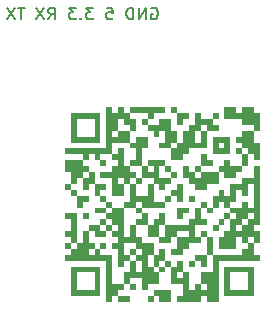
<source format=gbr>
%TF.GenerationSoftware,KiCad,Pcbnew,5.1.12-84ad8e8a86~92~ubuntu20.04.1*%
%TF.CreationDate,2022-01-15T19:27:07+01:00*%
%TF.ProjectId,autotrigger_dslr,6175746f-7472-4696-9767-65725f64736c,rev?*%
%TF.SameCoordinates,Original*%
%TF.FileFunction,Legend,Bot*%
%TF.FilePolarity,Positive*%
%FSLAX46Y46*%
G04 Gerber Fmt 4.6, Leading zero omitted, Abs format (unit mm)*
G04 Created by KiCad (PCBNEW 5.1.12-84ad8e8a86~92~ubuntu20.04.1) date 2022-01-15 19:27:07*
%MOMM*%
%LPD*%
G01*
G04 APERTURE LIST*
%ADD10C,0.150000*%
%ADD11C,0.100000*%
G04 APERTURE END LIST*
D10*
X50235714Y-75700000D02*
X50330952Y-75652380D01*
X50473809Y-75652380D01*
X50616666Y-75700000D01*
X50711904Y-75795238D01*
X50759523Y-75890476D01*
X50807142Y-76080952D01*
X50807142Y-76223809D01*
X50759523Y-76414285D01*
X50711904Y-76509523D01*
X50616666Y-76604761D01*
X50473809Y-76652380D01*
X50378571Y-76652380D01*
X50235714Y-76604761D01*
X50188095Y-76557142D01*
X50188095Y-76223809D01*
X50378571Y-76223809D01*
X49759523Y-76652380D02*
X49759523Y-75652380D01*
X49188095Y-76652380D01*
X49188095Y-75652380D01*
X48711904Y-76652380D02*
X48711904Y-75652380D01*
X48473809Y-75652380D01*
X48330952Y-75700000D01*
X48235714Y-75795238D01*
X48188095Y-75890476D01*
X48140476Y-76080952D01*
X48140476Y-76223809D01*
X48188095Y-76414285D01*
X48235714Y-76509523D01*
X48330952Y-76604761D01*
X48473809Y-76652380D01*
X48711904Y-76652380D01*
X46473809Y-75652380D02*
X46950000Y-75652380D01*
X46997619Y-76128571D01*
X46950000Y-76080952D01*
X46854761Y-76033333D01*
X46616666Y-76033333D01*
X46521428Y-76080952D01*
X46473809Y-76128571D01*
X46426190Y-76223809D01*
X46426190Y-76461904D01*
X46473809Y-76557142D01*
X46521428Y-76604761D01*
X46616666Y-76652380D01*
X46854761Y-76652380D01*
X46950000Y-76604761D01*
X46997619Y-76557142D01*
X45330952Y-75652380D02*
X44711904Y-75652380D01*
X45045238Y-76033333D01*
X44902380Y-76033333D01*
X44807142Y-76080952D01*
X44759523Y-76128571D01*
X44711904Y-76223809D01*
X44711904Y-76461904D01*
X44759523Y-76557142D01*
X44807142Y-76604761D01*
X44902380Y-76652380D01*
X45188095Y-76652380D01*
X45283333Y-76604761D01*
X45330952Y-76557142D01*
X44283333Y-76557142D02*
X44235714Y-76604761D01*
X44283333Y-76652380D01*
X44330952Y-76604761D01*
X44283333Y-76557142D01*
X44283333Y-76652380D01*
X43902380Y-75652380D02*
X43283333Y-75652380D01*
X43616666Y-76033333D01*
X43473809Y-76033333D01*
X43378571Y-76080952D01*
X43330952Y-76128571D01*
X43283333Y-76223809D01*
X43283333Y-76461904D01*
X43330952Y-76557142D01*
X43378571Y-76604761D01*
X43473809Y-76652380D01*
X43759523Y-76652380D01*
X43854761Y-76604761D01*
X43902380Y-76557142D01*
X41521428Y-76652380D02*
X41854761Y-76176190D01*
X42092857Y-76652380D02*
X42092857Y-75652380D01*
X41711904Y-75652380D01*
X41616666Y-75700000D01*
X41569047Y-75747619D01*
X41521428Y-75842857D01*
X41521428Y-75985714D01*
X41569047Y-76080952D01*
X41616666Y-76128571D01*
X41711904Y-76176190D01*
X42092857Y-76176190D01*
X41188095Y-75652380D02*
X40521428Y-76652380D01*
X40521428Y-75652380D02*
X41188095Y-76652380D01*
X39521428Y-75652380D02*
X38950000Y-75652380D01*
X39235714Y-76652380D02*
X39235714Y-75652380D01*
X38711904Y-75652380D02*
X38045238Y-76652380D01*
X38045238Y-75652380D02*
X38711904Y-76652380D01*
D11*
%TO.C,QR\u002A\u002A\u002A\u002A\u002A*%
G36*
X46935000Y-100075000D02*
G01*
X46935000Y-100575000D01*
X46435000Y-100575000D01*
X46435000Y-100075000D01*
X46935000Y-100075000D01*
G37*
G36*
X47935000Y-100075000D02*
G01*
X47935000Y-100575000D01*
X47435000Y-100575000D01*
X47435000Y-100075000D01*
X47935000Y-100075000D01*
G37*
G36*
X48435000Y-100075000D02*
G01*
X48435000Y-100575000D01*
X47935000Y-100575000D01*
X47935000Y-100075000D01*
X48435000Y-100075000D01*
G37*
G36*
X50435000Y-100075000D02*
G01*
X50435000Y-100575000D01*
X49935000Y-100575000D01*
X49935000Y-100075000D01*
X50435000Y-100075000D01*
G37*
G36*
X51435000Y-100075000D02*
G01*
X51435000Y-100575000D01*
X50935000Y-100575000D01*
X50935000Y-100075000D01*
X51435000Y-100075000D01*
G37*
G36*
X51935000Y-100075000D02*
G01*
X51935000Y-100575000D01*
X51435000Y-100575000D01*
X51435000Y-100075000D01*
X51935000Y-100075000D01*
G37*
G36*
X52935000Y-100075000D02*
G01*
X52935000Y-100575000D01*
X52435000Y-100575000D01*
X52435000Y-100075000D01*
X52935000Y-100075000D01*
G37*
G36*
X53435000Y-100075000D02*
G01*
X53435000Y-100575000D01*
X52935000Y-100575000D01*
X52935000Y-100075000D01*
X53435000Y-100075000D01*
G37*
G36*
X53935000Y-100075000D02*
G01*
X53935000Y-100575000D01*
X53435000Y-100575000D01*
X53435000Y-100075000D01*
X53935000Y-100075000D01*
G37*
G36*
X54435000Y-100075000D02*
G01*
X54435000Y-100575000D01*
X53935000Y-100575000D01*
X53935000Y-100075000D01*
X54435000Y-100075000D01*
G37*
G36*
X55435000Y-100075000D02*
G01*
X55435000Y-100575000D01*
X54935000Y-100575000D01*
X54935000Y-100075000D01*
X55435000Y-100075000D01*
G37*
G36*
X55935000Y-100075000D02*
G01*
X55935000Y-100575000D01*
X55435000Y-100575000D01*
X55435000Y-100075000D01*
X55935000Y-100075000D01*
G37*
G36*
X43935000Y-99575000D02*
G01*
X43935000Y-100075000D01*
X43435000Y-100075000D01*
X43435000Y-99575000D01*
X43935000Y-99575000D01*
G37*
G36*
X44435000Y-99575000D02*
G01*
X44435000Y-100075000D01*
X43935000Y-100075000D01*
X43935000Y-99575000D01*
X44435000Y-99575000D01*
G37*
G36*
X44935000Y-99575000D02*
G01*
X44935000Y-100075000D01*
X44435000Y-100075000D01*
X44435000Y-99575000D01*
X44935000Y-99575000D01*
G37*
G36*
X45435000Y-99575000D02*
G01*
X45435000Y-100075000D01*
X44935000Y-100075000D01*
X44935000Y-99575000D01*
X45435000Y-99575000D01*
G37*
G36*
X45935000Y-99575000D02*
G01*
X45935000Y-100075000D01*
X45435000Y-100075000D01*
X45435000Y-99575000D01*
X45935000Y-99575000D01*
G37*
G36*
X46935000Y-99575000D02*
G01*
X46935000Y-100075000D01*
X46435000Y-100075000D01*
X46435000Y-99575000D01*
X46935000Y-99575000D01*
G37*
G36*
X47435000Y-99575000D02*
G01*
X47435000Y-100075000D01*
X46935000Y-100075000D01*
X46935000Y-99575000D01*
X47435000Y-99575000D01*
G37*
G36*
X50935000Y-99575000D02*
G01*
X50935000Y-100075000D01*
X50435000Y-100075000D01*
X50435000Y-99575000D01*
X50935000Y-99575000D01*
G37*
G36*
X51435000Y-99575000D02*
G01*
X51435000Y-100075000D01*
X50935000Y-100075000D01*
X50935000Y-99575000D01*
X51435000Y-99575000D01*
G37*
G36*
X51935000Y-99575000D02*
G01*
X51935000Y-100075000D01*
X51435000Y-100075000D01*
X51435000Y-99575000D01*
X51935000Y-99575000D01*
G37*
G36*
X53435000Y-99575000D02*
G01*
X53435000Y-100075000D01*
X52935000Y-100075000D01*
X52935000Y-99575000D01*
X53435000Y-99575000D01*
G37*
G36*
X53935000Y-99575000D02*
G01*
X53935000Y-100075000D01*
X53435000Y-100075000D01*
X53435000Y-99575000D01*
X53935000Y-99575000D01*
G37*
G36*
X54435000Y-99575000D02*
G01*
X54435000Y-100075000D01*
X53935000Y-100075000D01*
X53935000Y-99575000D01*
X54435000Y-99575000D01*
G37*
G36*
X54935000Y-99575000D02*
G01*
X54935000Y-100075000D01*
X54435000Y-100075000D01*
X54435000Y-99575000D01*
X54935000Y-99575000D01*
G37*
G36*
X55435000Y-99575000D02*
G01*
X55435000Y-100075000D01*
X54935000Y-100075000D01*
X54935000Y-99575000D01*
X55435000Y-99575000D01*
G37*
G36*
X55935000Y-99575000D02*
G01*
X55935000Y-100075000D01*
X55435000Y-100075000D01*
X55435000Y-99575000D01*
X55935000Y-99575000D01*
G37*
G36*
X56935000Y-99575000D02*
G01*
X56935000Y-100075000D01*
X56435000Y-100075000D01*
X56435000Y-99575000D01*
X56935000Y-99575000D01*
G37*
G36*
X57435000Y-99575000D02*
G01*
X57435000Y-100075000D01*
X56935000Y-100075000D01*
X56935000Y-99575000D01*
X57435000Y-99575000D01*
G37*
G36*
X57935000Y-99575000D02*
G01*
X57935000Y-100075000D01*
X57435000Y-100075000D01*
X57435000Y-99575000D01*
X57935000Y-99575000D01*
G37*
G36*
X58435000Y-99575000D02*
G01*
X58435000Y-100075000D01*
X57935000Y-100075000D01*
X57935000Y-99575000D01*
X58435000Y-99575000D01*
G37*
G36*
X58935000Y-99575000D02*
G01*
X58935000Y-100075000D01*
X58435000Y-100075000D01*
X58435000Y-99575000D01*
X58935000Y-99575000D01*
G37*
G36*
X43935000Y-99075000D02*
G01*
X43935000Y-99575000D01*
X43435000Y-99575000D01*
X43435000Y-99075000D01*
X43935000Y-99075000D01*
G37*
G36*
X45935000Y-99075000D02*
G01*
X45935000Y-99575000D01*
X45435000Y-99575000D01*
X45435000Y-99075000D01*
X45935000Y-99075000D01*
G37*
G36*
X46935000Y-99075000D02*
G01*
X46935000Y-99575000D01*
X46435000Y-99575000D01*
X46435000Y-99075000D01*
X46935000Y-99075000D01*
G37*
G36*
X47435000Y-99075000D02*
G01*
X47435000Y-99575000D01*
X46935000Y-99575000D01*
X46935000Y-99075000D01*
X47435000Y-99075000D01*
G37*
G36*
X47935000Y-99075000D02*
G01*
X47935000Y-99575000D01*
X47435000Y-99575000D01*
X47435000Y-99075000D01*
X47935000Y-99075000D01*
G37*
G36*
X48935000Y-99075000D02*
G01*
X48935000Y-99575000D01*
X48435000Y-99575000D01*
X48435000Y-99075000D01*
X48935000Y-99075000D01*
G37*
G36*
X49935000Y-99075000D02*
G01*
X49935000Y-99575000D01*
X49435000Y-99575000D01*
X49435000Y-99075000D01*
X49935000Y-99075000D01*
G37*
G36*
X53435000Y-99075000D02*
G01*
X53435000Y-99575000D01*
X52935000Y-99575000D01*
X52935000Y-99075000D01*
X53435000Y-99075000D01*
G37*
G36*
X54435000Y-99075000D02*
G01*
X54435000Y-99575000D01*
X53935000Y-99575000D01*
X53935000Y-99075000D01*
X54435000Y-99075000D01*
G37*
G36*
X55435000Y-99075000D02*
G01*
X55435000Y-99575000D01*
X54935000Y-99575000D01*
X54935000Y-99075000D01*
X55435000Y-99075000D01*
G37*
G36*
X55935000Y-99075000D02*
G01*
X55935000Y-99575000D01*
X55435000Y-99575000D01*
X55435000Y-99075000D01*
X55935000Y-99075000D01*
G37*
G36*
X56935000Y-99075000D02*
G01*
X56935000Y-99575000D01*
X56435000Y-99575000D01*
X56435000Y-99075000D01*
X56935000Y-99075000D01*
G37*
G36*
X58935000Y-99075000D02*
G01*
X58935000Y-99575000D01*
X58435000Y-99575000D01*
X58435000Y-99075000D01*
X58935000Y-99075000D01*
G37*
G36*
X43935000Y-98575000D02*
G01*
X43935000Y-99075000D01*
X43435000Y-99075000D01*
X43435000Y-98575000D01*
X43935000Y-98575000D01*
G37*
G36*
X45935000Y-98575000D02*
G01*
X45935000Y-99075000D01*
X45435000Y-99075000D01*
X45435000Y-98575000D01*
X45935000Y-98575000D01*
G37*
G36*
X46935000Y-98575000D02*
G01*
X46935000Y-99075000D01*
X46435000Y-99075000D01*
X46435000Y-98575000D01*
X46935000Y-98575000D01*
G37*
G36*
X48435000Y-98575000D02*
G01*
X48435000Y-99075000D01*
X47935000Y-99075000D01*
X47935000Y-98575000D01*
X48435000Y-98575000D01*
G37*
G36*
X49935000Y-98575000D02*
G01*
X49935000Y-99075000D01*
X49435000Y-99075000D01*
X49435000Y-98575000D01*
X49935000Y-98575000D01*
G37*
G36*
X50435000Y-98575000D02*
G01*
X50435000Y-99075000D01*
X49935000Y-99075000D01*
X49935000Y-98575000D01*
X50435000Y-98575000D01*
G37*
G36*
X50935000Y-98575000D02*
G01*
X50935000Y-99075000D01*
X50435000Y-99075000D01*
X50435000Y-98575000D01*
X50935000Y-98575000D01*
G37*
G36*
X52435000Y-98575000D02*
G01*
X52435000Y-99075000D01*
X51935000Y-99075000D01*
X51935000Y-98575000D01*
X52435000Y-98575000D01*
G37*
G36*
X52935000Y-98575000D02*
G01*
X52935000Y-99075000D01*
X52435000Y-99075000D01*
X52435000Y-98575000D01*
X52935000Y-98575000D01*
G37*
G36*
X53435000Y-98575000D02*
G01*
X53435000Y-99075000D01*
X52935000Y-99075000D01*
X52935000Y-98575000D01*
X53435000Y-98575000D01*
G37*
G36*
X54935000Y-98575000D02*
G01*
X54935000Y-99075000D01*
X54435000Y-99075000D01*
X54435000Y-98575000D01*
X54935000Y-98575000D01*
G37*
G36*
X55435000Y-98575000D02*
G01*
X55435000Y-99075000D01*
X54935000Y-99075000D01*
X54935000Y-98575000D01*
X55435000Y-98575000D01*
G37*
G36*
X55935000Y-98575000D02*
G01*
X55935000Y-99075000D01*
X55435000Y-99075000D01*
X55435000Y-98575000D01*
X55935000Y-98575000D01*
G37*
G36*
X56935000Y-98575000D02*
G01*
X56935000Y-99075000D01*
X56435000Y-99075000D01*
X56435000Y-98575000D01*
X56935000Y-98575000D01*
G37*
G36*
X58935000Y-98575000D02*
G01*
X58935000Y-99075000D01*
X58435000Y-99075000D01*
X58435000Y-98575000D01*
X58935000Y-98575000D01*
G37*
G36*
X43935000Y-98075000D02*
G01*
X43935000Y-98575000D01*
X43435000Y-98575000D01*
X43435000Y-98075000D01*
X43935000Y-98075000D01*
G37*
G36*
X45935000Y-98075000D02*
G01*
X45935000Y-98575000D01*
X45435000Y-98575000D01*
X45435000Y-98075000D01*
X45935000Y-98075000D01*
G37*
G36*
X46935000Y-98075000D02*
G01*
X46935000Y-98575000D01*
X46435000Y-98575000D01*
X46435000Y-98075000D01*
X46935000Y-98075000D01*
G37*
G36*
X48435000Y-98075000D02*
G01*
X48435000Y-98575000D01*
X47935000Y-98575000D01*
X47935000Y-98075000D01*
X48435000Y-98075000D01*
G37*
G36*
X48935000Y-98075000D02*
G01*
X48935000Y-98575000D01*
X48435000Y-98575000D01*
X48435000Y-98075000D01*
X48935000Y-98075000D01*
G37*
G36*
X49435000Y-98075000D02*
G01*
X49435000Y-98575000D01*
X48935000Y-98575000D01*
X48935000Y-98075000D01*
X49435000Y-98075000D01*
G37*
G36*
X49935000Y-98075000D02*
G01*
X49935000Y-98575000D01*
X49435000Y-98575000D01*
X49435000Y-98075000D01*
X49935000Y-98075000D01*
G37*
G36*
X50435000Y-98075000D02*
G01*
X50435000Y-98575000D01*
X49935000Y-98575000D01*
X49935000Y-98075000D01*
X50435000Y-98075000D01*
G37*
G36*
X50935000Y-98075000D02*
G01*
X50935000Y-98575000D01*
X50435000Y-98575000D01*
X50435000Y-98075000D01*
X50935000Y-98075000D01*
G37*
G36*
X52435000Y-98075000D02*
G01*
X52435000Y-98575000D01*
X51935000Y-98575000D01*
X51935000Y-98075000D01*
X52435000Y-98075000D01*
G37*
G36*
X53435000Y-98075000D02*
G01*
X53435000Y-98575000D01*
X52935000Y-98575000D01*
X52935000Y-98075000D01*
X53435000Y-98075000D01*
G37*
G36*
X54935000Y-98075000D02*
G01*
X54935000Y-98575000D01*
X54435000Y-98575000D01*
X54435000Y-98075000D01*
X54935000Y-98075000D01*
G37*
G36*
X55435000Y-98075000D02*
G01*
X55435000Y-98575000D01*
X54935000Y-98575000D01*
X54935000Y-98075000D01*
X55435000Y-98075000D01*
G37*
G36*
X55935000Y-98075000D02*
G01*
X55935000Y-98575000D01*
X55435000Y-98575000D01*
X55435000Y-98075000D01*
X55935000Y-98075000D01*
G37*
G36*
X56935000Y-98075000D02*
G01*
X56935000Y-98575000D01*
X56435000Y-98575000D01*
X56435000Y-98075000D01*
X56935000Y-98075000D01*
G37*
G36*
X58935000Y-98075000D02*
G01*
X58935000Y-98575000D01*
X58435000Y-98575000D01*
X58435000Y-98075000D01*
X58935000Y-98075000D01*
G37*
G36*
X43935000Y-97575000D02*
G01*
X43935000Y-98075000D01*
X43435000Y-98075000D01*
X43435000Y-97575000D01*
X43935000Y-97575000D01*
G37*
G36*
X44435000Y-97575000D02*
G01*
X44435000Y-98075000D01*
X43935000Y-98075000D01*
X43935000Y-97575000D01*
X44435000Y-97575000D01*
G37*
G36*
X44935000Y-97575000D02*
G01*
X44935000Y-98075000D01*
X44435000Y-98075000D01*
X44435000Y-97575000D01*
X44935000Y-97575000D01*
G37*
G36*
X45435000Y-97575000D02*
G01*
X45435000Y-98075000D01*
X44935000Y-98075000D01*
X44935000Y-97575000D01*
X45435000Y-97575000D01*
G37*
G36*
X45935000Y-97575000D02*
G01*
X45935000Y-98075000D01*
X45435000Y-98075000D01*
X45435000Y-97575000D01*
X45935000Y-97575000D01*
G37*
G36*
X46935000Y-97575000D02*
G01*
X46935000Y-98075000D01*
X46435000Y-98075000D01*
X46435000Y-97575000D01*
X46935000Y-97575000D01*
G37*
G36*
X48935000Y-97575000D02*
G01*
X48935000Y-98075000D01*
X48435000Y-98075000D01*
X48435000Y-97575000D01*
X48935000Y-97575000D01*
G37*
G36*
X49935000Y-97575000D02*
G01*
X49935000Y-98075000D01*
X49435000Y-98075000D01*
X49435000Y-97575000D01*
X49935000Y-97575000D01*
G37*
G36*
X50435000Y-97575000D02*
G01*
X50435000Y-98075000D01*
X49935000Y-98075000D01*
X49935000Y-97575000D01*
X50435000Y-97575000D01*
G37*
G36*
X51435000Y-97575000D02*
G01*
X51435000Y-98075000D01*
X50935000Y-98075000D01*
X50935000Y-97575000D01*
X51435000Y-97575000D01*
G37*
G36*
X52435000Y-97575000D02*
G01*
X52435000Y-98075000D01*
X51935000Y-98075000D01*
X51935000Y-97575000D01*
X52435000Y-97575000D01*
G37*
G36*
X52935000Y-97575000D02*
G01*
X52935000Y-98075000D01*
X52435000Y-98075000D01*
X52435000Y-97575000D01*
X52935000Y-97575000D01*
G37*
G36*
X55935000Y-97575000D02*
G01*
X55935000Y-98075000D01*
X55435000Y-98075000D01*
X55435000Y-97575000D01*
X55935000Y-97575000D01*
G37*
G36*
X56935000Y-97575000D02*
G01*
X56935000Y-98075000D01*
X56435000Y-98075000D01*
X56435000Y-97575000D01*
X56935000Y-97575000D01*
G37*
G36*
X57435000Y-97575000D02*
G01*
X57435000Y-98075000D01*
X56935000Y-98075000D01*
X56935000Y-97575000D01*
X57435000Y-97575000D01*
G37*
G36*
X57935000Y-97575000D02*
G01*
X57935000Y-98075000D01*
X57435000Y-98075000D01*
X57435000Y-97575000D01*
X57935000Y-97575000D01*
G37*
G36*
X58435000Y-97575000D02*
G01*
X58435000Y-98075000D01*
X57935000Y-98075000D01*
X57935000Y-97575000D01*
X58435000Y-97575000D01*
G37*
G36*
X58935000Y-97575000D02*
G01*
X58935000Y-98075000D01*
X58435000Y-98075000D01*
X58435000Y-97575000D01*
X58935000Y-97575000D01*
G37*
G36*
X46935000Y-97075000D02*
G01*
X46935000Y-97575000D01*
X46435000Y-97575000D01*
X46435000Y-97075000D01*
X46935000Y-97075000D01*
G37*
G36*
X47935000Y-97075000D02*
G01*
X47935000Y-97575000D01*
X47435000Y-97575000D01*
X47435000Y-97075000D01*
X47935000Y-97075000D01*
G37*
G36*
X48935000Y-97075000D02*
G01*
X48935000Y-97575000D01*
X48435000Y-97575000D01*
X48435000Y-97075000D01*
X48935000Y-97075000D01*
G37*
G36*
X49935000Y-97075000D02*
G01*
X49935000Y-97575000D01*
X49435000Y-97575000D01*
X49435000Y-97075000D01*
X49935000Y-97075000D01*
G37*
G36*
X50935000Y-97075000D02*
G01*
X50935000Y-97575000D01*
X50435000Y-97575000D01*
X50435000Y-97075000D01*
X50935000Y-97075000D01*
G37*
G36*
X51935000Y-97075000D02*
G01*
X51935000Y-97575000D01*
X51435000Y-97575000D01*
X51435000Y-97075000D01*
X51935000Y-97075000D01*
G37*
G36*
X52935000Y-97075000D02*
G01*
X52935000Y-97575000D01*
X52435000Y-97575000D01*
X52435000Y-97075000D01*
X52935000Y-97075000D01*
G37*
G36*
X53935000Y-97075000D02*
G01*
X53935000Y-97575000D01*
X53435000Y-97575000D01*
X53435000Y-97075000D01*
X53935000Y-97075000D01*
G37*
G36*
X54935000Y-97075000D02*
G01*
X54935000Y-97575000D01*
X54435000Y-97575000D01*
X54435000Y-97075000D01*
X54935000Y-97075000D01*
G37*
G36*
X55935000Y-97075000D02*
G01*
X55935000Y-97575000D01*
X55435000Y-97575000D01*
X55435000Y-97075000D01*
X55935000Y-97075000D01*
G37*
G36*
X43435000Y-96575000D02*
G01*
X43435000Y-97075000D01*
X42935000Y-97075000D01*
X42935000Y-96575000D01*
X43435000Y-96575000D01*
G37*
G36*
X43935000Y-96575000D02*
G01*
X43935000Y-97075000D01*
X43435000Y-97075000D01*
X43435000Y-96575000D01*
X43935000Y-96575000D01*
G37*
G36*
X44435000Y-96575000D02*
G01*
X44435000Y-97075000D01*
X43935000Y-97075000D01*
X43935000Y-96575000D01*
X44435000Y-96575000D01*
G37*
G36*
X44935000Y-96575000D02*
G01*
X44935000Y-97075000D01*
X44435000Y-97075000D01*
X44435000Y-96575000D01*
X44935000Y-96575000D01*
G37*
G36*
X45435000Y-96575000D02*
G01*
X45435000Y-97075000D01*
X44935000Y-97075000D01*
X44935000Y-96575000D01*
X45435000Y-96575000D01*
G37*
G36*
X45935000Y-96575000D02*
G01*
X45935000Y-97075000D01*
X45435000Y-97075000D01*
X45435000Y-96575000D01*
X45935000Y-96575000D01*
G37*
G36*
X46435000Y-96575000D02*
G01*
X46435000Y-97075000D01*
X45935000Y-97075000D01*
X45935000Y-96575000D01*
X46435000Y-96575000D01*
G37*
G36*
X46935000Y-96575000D02*
G01*
X46935000Y-97075000D01*
X46435000Y-97075000D01*
X46435000Y-96575000D01*
X46935000Y-96575000D01*
G37*
G36*
X47935000Y-96575000D02*
G01*
X47935000Y-97075000D01*
X47435000Y-97075000D01*
X47435000Y-96575000D01*
X47935000Y-96575000D01*
G37*
G36*
X48435000Y-96575000D02*
G01*
X48435000Y-97075000D01*
X47935000Y-97075000D01*
X47935000Y-96575000D01*
X48435000Y-96575000D01*
G37*
G36*
X49435000Y-96575000D02*
G01*
X49435000Y-97075000D01*
X48935000Y-97075000D01*
X48935000Y-96575000D01*
X49435000Y-96575000D01*
G37*
G36*
X49935000Y-96575000D02*
G01*
X49935000Y-97075000D01*
X49435000Y-97075000D01*
X49435000Y-96575000D01*
X49935000Y-96575000D01*
G37*
G36*
X50935000Y-96575000D02*
G01*
X50935000Y-97075000D01*
X50435000Y-97075000D01*
X50435000Y-96575000D01*
X50935000Y-96575000D01*
G37*
G36*
X51435000Y-96575000D02*
G01*
X51435000Y-97075000D01*
X50935000Y-97075000D01*
X50935000Y-96575000D01*
X51435000Y-96575000D01*
G37*
G36*
X54435000Y-96575000D02*
G01*
X54435000Y-97075000D01*
X53935000Y-97075000D01*
X53935000Y-96575000D01*
X54435000Y-96575000D01*
G37*
G36*
X54935000Y-96575000D02*
G01*
X54935000Y-97075000D01*
X54435000Y-97075000D01*
X54435000Y-96575000D01*
X54935000Y-96575000D01*
G37*
G36*
X55935000Y-96575000D02*
G01*
X55935000Y-97075000D01*
X55435000Y-97075000D01*
X55435000Y-96575000D01*
X55935000Y-96575000D01*
G37*
G36*
X56435000Y-96575000D02*
G01*
X56435000Y-97075000D01*
X55935000Y-97075000D01*
X55935000Y-96575000D01*
X56435000Y-96575000D01*
G37*
G36*
X56935000Y-96575000D02*
G01*
X56935000Y-97075000D01*
X56435000Y-97075000D01*
X56435000Y-96575000D01*
X56935000Y-96575000D01*
G37*
G36*
X57435000Y-96575000D02*
G01*
X57435000Y-97075000D01*
X56935000Y-97075000D01*
X56935000Y-96575000D01*
X57435000Y-96575000D01*
G37*
G36*
X57935000Y-96575000D02*
G01*
X57935000Y-97075000D01*
X57435000Y-97075000D01*
X57435000Y-96575000D01*
X57935000Y-96575000D01*
G37*
G36*
X58435000Y-96575000D02*
G01*
X58435000Y-97075000D01*
X57935000Y-97075000D01*
X57935000Y-96575000D01*
X58435000Y-96575000D01*
G37*
G36*
X58935000Y-96575000D02*
G01*
X58935000Y-97075000D01*
X58435000Y-97075000D01*
X58435000Y-96575000D01*
X58935000Y-96575000D01*
G37*
G36*
X59435000Y-96575000D02*
G01*
X59435000Y-97075000D01*
X58935000Y-97075000D01*
X58935000Y-96575000D01*
X59435000Y-96575000D01*
G37*
G36*
X43935000Y-96075000D02*
G01*
X43935000Y-96575000D01*
X43435000Y-96575000D01*
X43435000Y-96075000D01*
X43935000Y-96075000D01*
G37*
G36*
X44435000Y-96075000D02*
G01*
X44435000Y-96575000D01*
X43935000Y-96575000D01*
X43935000Y-96075000D01*
X44435000Y-96075000D01*
G37*
G36*
X44935000Y-96075000D02*
G01*
X44935000Y-96575000D01*
X44435000Y-96575000D01*
X44435000Y-96075000D01*
X44935000Y-96075000D01*
G37*
G36*
X45935000Y-96075000D02*
G01*
X45935000Y-96575000D01*
X45435000Y-96575000D01*
X45435000Y-96075000D01*
X45935000Y-96075000D01*
G37*
G36*
X47935000Y-96075000D02*
G01*
X47935000Y-96575000D01*
X47435000Y-96575000D01*
X47435000Y-96075000D01*
X47935000Y-96075000D01*
G37*
G36*
X48935000Y-96075000D02*
G01*
X48935000Y-96575000D01*
X48435000Y-96575000D01*
X48435000Y-96075000D01*
X48935000Y-96075000D01*
G37*
G36*
X49935000Y-96075000D02*
G01*
X49935000Y-96575000D01*
X49435000Y-96575000D01*
X49435000Y-96075000D01*
X49935000Y-96075000D01*
G37*
G36*
X50435000Y-96075000D02*
G01*
X50435000Y-96575000D01*
X49935000Y-96575000D01*
X49935000Y-96075000D01*
X50435000Y-96075000D01*
G37*
G36*
X51435000Y-96075000D02*
G01*
X51435000Y-96575000D01*
X50935000Y-96575000D01*
X50935000Y-96075000D01*
X51435000Y-96075000D01*
G37*
G36*
X52435000Y-96075000D02*
G01*
X52435000Y-96575000D01*
X51935000Y-96575000D01*
X51935000Y-96075000D01*
X52435000Y-96075000D01*
G37*
G36*
X52935000Y-96075000D02*
G01*
X52935000Y-96575000D01*
X52435000Y-96575000D01*
X52435000Y-96075000D01*
X52935000Y-96075000D01*
G37*
G36*
X55435000Y-96075000D02*
G01*
X55435000Y-96575000D01*
X54935000Y-96575000D01*
X54935000Y-96075000D01*
X55435000Y-96075000D01*
G37*
G36*
X58435000Y-96075000D02*
G01*
X58435000Y-96575000D01*
X57935000Y-96575000D01*
X57935000Y-96075000D01*
X58435000Y-96075000D01*
G37*
G36*
X58935000Y-96075000D02*
G01*
X58935000Y-96575000D01*
X58435000Y-96575000D01*
X58435000Y-96075000D01*
X58935000Y-96075000D01*
G37*
G36*
X43435000Y-95575000D02*
G01*
X43435000Y-96075000D01*
X42935000Y-96075000D01*
X42935000Y-95575000D01*
X43435000Y-95575000D01*
G37*
G36*
X44435000Y-95575000D02*
G01*
X44435000Y-96075000D01*
X43935000Y-96075000D01*
X43935000Y-95575000D01*
X44435000Y-95575000D01*
G37*
G36*
X44935000Y-95575000D02*
G01*
X44935000Y-96075000D01*
X44435000Y-96075000D01*
X44435000Y-95575000D01*
X44935000Y-95575000D01*
G37*
G36*
X45435000Y-95575000D02*
G01*
X45435000Y-96075000D01*
X44935000Y-96075000D01*
X44935000Y-95575000D01*
X45435000Y-95575000D01*
G37*
G36*
X46435000Y-95575000D02*
G01*
X46435000Y-96075000D01*
X45935000Y-96075000D01*
X45935000Y-95575000D01*
X46435000Y-95575000D01*
G37*
G36*
X47435000Y-95575000D02*
G01*
X47435000Y-96075000D01*
X46935000Y-96075000D01*
X46935000Y-95575000D01*
X47435000Y-95575000D01*
G37*
G36*
X47935000Y-95575000D02*
G01*
X47935000Y-96075000D01*
X47435000Y-96075000D01*
X47435000Y-95575000D01*
X47935000Y-95575000D01*
G37*
G36*
X49435000Y-95575000D02*
G01*
X49435000Y-96075000D01*
X48935000Y-96075000D01*
X48935000Y-95575000D01*
X49435000Y-95575000D01*
G37*
G36*
X49935000Y-95575000D02*
G01*
X49935000Y-96075000D01*
X49435000Y-96075000D01*
X49435000Y-95575000D01*
X49935000Y-95575000D01*
G37*
G36*
X50435000Y-95575000D02*
G01*
X50435000Y-96075000D01*
X49935000Y-96075000D01*
X49935000Y-95575000D01*
X50435000Y-95575000D01*
G37*
G36*
X52935000Y-95575000D02*
G01*
X52935000Y-96075000D01*
X52435000Y-96075000D01*
X52435000Y-95575000D01*
X52935000Y-95575000D01*
G37*
G36*
X53435000Y-95575000D02*
G01*
X53435000Y-96075000D01*
X52935000Y-96075000D01*
X52935000Y-95575000D01*
X53435000Y-95575000D01*
G37*
G36*
X55435000Y-95575000D02*
G01*
X55435000Y-96075000D01*
X54935000Y-96075000D01*
X54935000Y-95575000D01*
X55435000Y-95575000D01*
G37*
G36*
X56435000Y-95575000D02*
G01*
X56435000Y-96075000D01*
X55935000Y-96075000D01*
X55935000Y-95575000D01*
X56435000Y-95575000D01*
G37*
G36*
X56935000Y-95575000D02*
G01*
X56935000Y-96075000D01*
X56435000Y-96075000D01*
X56435000Y-95575000D01*
X56935000Y-95575000D01*
G37*
G36*
X57435000Y-95575000D02*
G01*
X57435000Y-96075000D01*
X56935000Y-96075000D01*
X56935000Y-95575000D01*
X57435000Y-95575000D01*
G37*
G36*
X58935000Y-95575000D02*
G01*
X58935000Y-96075000D01*
X58435000Y-96075000D01*
X58435000Y-95575000D01*
X58935000Y-95575000D01*
G37*
G36*
X43935000Y-95075000D02*
G01*
X43935000Y-95575000D01*
X43435000Y-95575000D01*
X43435000Y-95075000D01*
X43935000Y-95075000D01*
G37*
G36*
X44935000Y-95075000D02*
G01*
X44935000Y-95575000D01*
X44435000Y-95575000D01*
X44435000Y-95075000D01*
X44935000Y-95075000D01*
G37*
G36*
X47935000Y-95075000D02*
G01*
X47935000Y-95575000D01*
X47435000Y-95575000D01*
X47435000Y-95075000D01*
X47935000Y-95075000D01*
G37*
G36*
X48435000Y-95075000D02*
G01*
X48435000Y-95575000D01*
X47935000Y-95575000D01*
X47935000Y-95075000D01*
X48435000Y-95075000D01*
G37*
G36*
X48935000Y-95075000D02*
G01*
X48935000Y-95575000D01*
X48435000Y-95575000D01*
X48435000Y-95075000D01*
X48935000Y-95075000D01*
G37*
G36*
X49435000Y-95075000D02*
G01*
X49435000Y-95575000D01*
X48935000Y-95575000D01*
X48935000Y-95075000D01*
X49435000Y-95075000D01*
G37*
G36*
X51435000Y-95075000D02*
G01*
X51435000Y-95575000D01*
X50935000Y-95575000D01*
X50935000Y-95075000D01*
X51435000Y-95075000D01*
G37*
G36*
X51935000Y-95075000D02*
G01*
X51935000Y-95575000D01*
X51435000Y-95575000D01*
X51435000Y-95075000D01*
X51935000Y-95075000D01*
G37*
G36*
X52935000Y-95075000D02*
G01*
X52935000Y-95575000D01*
X52435000Y-95575000D01*
X52435000Y-95075000D01*
X52935000Y-95075000D01*
G37*
G36*
X53435000Y-95075000D02*
G01*
X53435000Y-95575000D01*
X52935000Y-95575000D01*
X52935000Y-95075000D01*
X53435000Y-95075000D01*
G37*
G36*
X53935000Y-95075000D02*
G01*
X53935000Y-95575000D01*
X53435000Y-95575000D01*
X53435000Y-95075000D01*
X53935000Y-95075000D01*
G37*
G36*
X54435000Y-95075000D02*
G01*
X54435000Y-95575000D01*
X53935000Y-95575000D01*
X53935000Y-95075000D01*
X54435000Y-95075000D01*
G37*
G36*
X55435000Y-95075000D02*
G01*
X55435000Y-95575000D01*
X54935000Y-95575000D01*
X54935000Y-95075000D01*
X55435000Y-95075000D01*
G37*
G36*
X56435000Y-95075000D02*
G01*
X56435000Y-95575000D01*
X55935000Y-95575000D01*
X55935000Y-95075000D01*
X56435000Y-95075000D01*
G37*
G36*
X56935000Y-95075000D02*
G01*
X56935000Y-95575000D01*
X56435000Y-95575000D01*
X56435000Y-95075000D01*
X56935000Y-95075000D01*
G37*
G36*
X57435000Y-95075000D02*
G01*
X57435000Y-95575000D01*
X56935000Y-95575000D01*
X56935000Y-95075000D01*
X57435000Y-95075000D01*
G37*
G36*
X58435000Y-95075000D02*
G01*
X58435000Y-95575000D01*
X57935000Y-95575000D01*
X57935000Y-95075000D01*
X58435000Y-95075000D01*
G37*
G36*
X59435000Y-95075000D02*
G01*
X59435000Y-95575000D01*
X58935000Y-95575000D01*
X58935000Y-95075000D01*
X59435000Y-95075000D01*
G37*
G36*
X43435000Y-94575000D02*
G01*
X43435000Y-95075000D01*
X42935000Y-95075000D01*
X42935000Y-94575000D01*
X43435000Y-94575000D01*
G37*
G36*
X43935000Y-94575000D02*
G01*
X43935000Y-95075000D01*
X43435000Y-95075000D01*
X43435000Y-94575000D01*
X43935000Y-94575000D01*
G37*
G36*
X44935000Y-94575000D02*
G01*
X44935000Y-95075000D01*
X44435000Y-95075000D01*
X44435000Y-94575000D01*
X44935000Y-94575000D01*
G37*
G36*
X45935000Y-94575000D02*
G01*
X45935000Y-95075000D01*
X45435000Y-95075000D01*
X45435000Y-94575000D01*
X45935000Y-94575000D01*
G37*
G36*
X46435000Y-94575000D02*
G01*
X46435000Y-95075000D01*
X45935000Y-95075000D01*
X45935000Y-94575000D01*
X46435000Y-94575000D01*
G37*
G36*
X47435000Y-94575000D02*
G01*
X47435000Y-95075000D01*
X46935000Y-95075000D01*
X46935000Y-94575000D01*
X47435000Y-94575000D01*
G37*
G36*
X47935000Y-94575000D02*
G01*
X47935000Y-95075000D01*
X47435000Y-95075000D01*
X47435000Y-94575000D01*
X47935000Y-94575000D01*
G37*
G36*
X48935000Y-94575000D02*
G01*
X48935000Y-95075000D01*
X48435000Y-95075000D01*
X48435000Y-94575000D01*
X48935000Y-94575000D01*
G37*
G36*
X50435000Y-94575000D02*
G01*
X50435000Y-95075000D01*
X49935000Y-95075000D01*
X49935000Y-94575000D01*
X50435000Y-94575000D01*
G37*
G36*
X50935000Y-94575000D02*
G01*
X50935000Y-95075000D01*
X50435000Y-95075000D01*
X50435000Y-94575000D01*
X50935000Y-94575000D01*
G37*
G36*
X51935000Y-94575000D02*
G01*
X51935000Y-95075000D01*
X51435000Y-95075000D01*
X51435000Y-94575000D01*
X51935000Y-94575000D01*
G37*
G36*
X52435000Y-94575000D02*
G01*
X52435000Y-95075000D01*
X51935000Y-95075000D01*
X51935000Y-94575000D01*
X52435000Y-94575000D01*
G37*
G36*
X53935000Y-94575000D02*
G01*
X53935000Y-95075000D01*
X53435000Y-95075000D01*
X53435000Y-94575000D01*
X53935000Y-94575000D01*
G37*
G36*
X54935000Y-94575000D02*
G01*
X54935000Y-95075000D01*
X54435000Y-95075000D01*
X54435000Y-94575000D01*
X54935000Y-94575000D01*
G37*
G36*
X56935000Y-94575000D02*
G01*
X56935000Y-95075000D01*
X56435000Y-95075000D01*
X56435000Y-94575000D01*
X56935000Y-94575000D01*
G37*
G36*
X57435000Y-94575000D02*
G01*
X57435000Y-95075000D01*
X56935000Y-95075000D01*
X56935000Y-94575000D01*
X57435000Y-94575000D01*
G37*
G36*
X57935000Y-94575000D02*
G01*
X57935000Y-95075000D01*
X57435000Y-95075000D01*
X57435000Y-94575000D01*
X57935000Y-94575000D01*
G37*
G36*
X58435000Y-94575000D02*
G01*
X58435000Y-95075000D01*
X57935000Y-95075000D01*
X57935000Y-94575000D01*
X58435000Y-94575000D01*
G37*
G36*
X58935000Y-94575000D02*
G01*
X58935000Y-95075000D01*
X58435000Y-95075000D01*
X58435000Y-94575000D01*
X58935000Y-94575000D01*
G37*
G36*
X59435000Y-94575000D02*
G01*
X59435000Y-95075000D01*
X58935000Y-95075000D01*
X58935000Y-94575000D01*
X59435000Y-94575000D01*
G37*
G36*
X43935000Y-94075000D02*
G01*
X43935000Y-94575000D01*
X43435000Y-94575000D01*
X43435000Y-94075000D01*
X43935000Y-94075000D01*
G37*
G36*
X45435000Y-94075000D02*
G01*
X45435000Y-94575000D01*
X44935000Y-94575000D01*
X44935000Y-94075000D01*
X45435000Y-94075000D01*
G37*
G36*
X45935000Y-94075000D02*
G01*
X45935000Y-94575000D01*
X45435000Y-94575000D01*
X45435000Y-94075000D01*
X45935000Y-94075000D01*
G37*
G36*
X46935000Y-94075000D02*
G01*
X46935000Y-94575000D01*
X46435000Y-94575000D01*
X46435000Y-94075000D01*
X46935000Y-94075000D01*
G37*
G36*
X47935000Y-94075000D02*
G01*
X47935000Y-94575000D01*
X47435000Y-94575000D01*
X47435000Y-94075000D01*
X47935000Y-94075000D01*
G37*
G36*
X48935000Y-94075000D02*
G01*
X48935000Y-94575000D01*
X48435000Y-94575000D01*
X48435000Y-94075000D01*
X48935000Y-94075000D01*
G37*
G36*
X50435000Y-94075000D02*
G01*
X50435000Y-94575000D01*
X49935000Y-94575000D01*
X49935000Y-94075000D01*
X50435000Y-94075000D01*
G37*
G36*
X50935000Y-94075000D02*
G01*
X50935000Y-94575000D01*
X50435000Y-94575000D01*
X50435000Y-94075000D01*
X50935000Y-94075000D01*
G37*
G36*
X51935000Y-94075000D02*
G01*
X51935000Y-94575000D01*
X51435000Y-94575000D01*
X51435000Y-94075000D01*
X51935000Y-94075000D01*
G37*
G36*
X52435000Y-94075000D02*
G01*
X52435000Y-94575000D01*
X51935000Y-94575000D01*
X51935000Y-94075000D01*
X52435000Y-94075000D01*
G37*
G36*
X52935000Y-94075000D02*
G01*
X52935000Y-94575000D01*
X52435000Y-94575000D01*
X52435000Y-94075000D01*
X52935000Y-94075000D01*
G37*
G36*
X53435000Y-94075000D02*
G01*
X53435000Y-94575000D01*
X52935000Y-94575000D01*
X52935000Y-94075000D01*
X53435000Y-94075000D01*
G37*
G36*
X53935000Y-94075000D02*
G01*
X53935000Y-94575000D01*
X53435000Y-94575000D01*
X53435000Y-94075000D01*
X53935000Y-94075000D01*
G37*
G36*
X55935000Y-94075000D02*
G01*
X55935000Y-94575000D01*
X55435000Y-94575000D01*
X55435000Y-94075000D01*
X55935000Y-94075000D01*
G37*
G36*
X57435000Y-94075000D02*
G01*
X57435000Y-94575000D01*
X56935000Y-94575000D01*
X56935000Y-94075000D01*
X57435000Y-94075000D01*
G37*
G36*
X58435000Y-94075000D02*
G01*
X58435000Y-94575000D01*
X57935000Y-94575000D01*
X57935000Y-94075000D01*
X58435000Y-94075000D01*
G37*
G36*
X58935000Y-94075000D02*
G01*
X58935000Y-94575000D01*
X58435000Y-94575000D01*
X58435000Y-94075000D01*
X58935000Y-94075000D01*
G37*
G36*
X43935000Y-93575000D02*
G01*
X43935000Y-94075000D01*
X43435000Y-94075000D01*
X43435000Y-93575000D01*
X43935000Y-93575000D01*
G37*
G36*
X46435000Y-93575000D02*
G01*
X46435000Y-94075000D01*
X45935000Y-94075000D01*
X45935000Y-93575000D01*
X46435000Y-93575000D01*
G37*
G36*
X47435000Y-93575000D02*
G01*
X47435000Y-94075000D01*
X46935000Y-94075000D01*
X46935000Y-93575000D01*
X47435000Y-93575000D01*
G37*
G36*
X47935000Y-93575000D02*
G01*
X47935000Y-94075000D01*
X47435000Y-94075000D01*
X47435000Y-93575000D01*
X47935000Y-93575000D01*
G37*
G36*
X49435000Y-93575000D02*
G01*
X49435000Y-94075000D01*
X48935000Y-94075000D01*
X48935000Y-93575000D01*
X49435000Y-93575000D01*
G37*
G36*
X49935000Y-93575000D02*
G01*
X49935000Y-94075000D01*
X49435000Y-94075000D01*
X49435000Y-93575000D01*
X49935000Y-93575000D01*
G37*
G36*
X50935000Y-93575000D02*
G01*
X50935000Y-94075000D01*
X50435000Y-94075000D01*
X50435000Y-93575000D01*
X50935000Y-93575000D01*
G37*
G36*
X51435000Y-93575000D02*
G01*
X51435000Y-94075000D01*
X50935000Y-94075000D01*
X50935000Y-93575000D01*
X51435000Y-93575000D01*
G37*
G36*
X53935000Y-93575000D02*
G01*
X53935000Y-94075000D01*
X53435000Y-94075000D01*
X53435000Y-93575000D01*
X53935000Y-93575000D01*
G37*
G36*
X54435000Y-93575000D02*
G01*
X54435000Y-94075000D01*
X53935000Y-94075000D01*
X53935000Y-93575000D01*
X54435000Y-93575000D01*
G37*
G36*
X54935000Y-93575000D02*
G01*
X54935000Y-94075000D01*
X54435000Y-94075000D01*
X54435000Y-93575000D01*
X54935000Y-93575000D01*
G37*
G36*
X56435000Y-93575000D02*
G01*
X56435000Y-94075000D01*
X55935000Y-94075000D01*
X55935000Y-93575000D01*
X56435000Y-93575000D01*
G37*
G36*
X57435000Y-93575000D02*
G01*
X57435000Y-94075000D01*
X56935000Y-94075000D01*
X56935000Y-93575000D01*
X57435000Y-93575000D01*
G37*
G36*
X57935000Y-93575000D02*
G01*
X57935000Y-94075000D01*
X57435000Y-94075000D01*
X57435000Y-93575000D01*
X57935000Y-93575000D01*
G37*
G36*
X58935000Y-93575000D02*
G01*
X58935000Y-94075000D01*
X58435000Y-94075000D01*
X58435000Y-93575000D01*
X58935000Y-93575000D01*
G37*
G36*
X59435000Y-93575000D02*
G01*
X59435000Y-94075000D01*
X58935000Y-94075000D01*
X58935000Y-93575000D01*
X59435000Y-93575000D01*
G37*
G36*
X43435000Y-93075000D02*
G01*
X43435000Y-93575000D01*
X42935000Y-93575000D01*
X42935000Y-93075000D01*
X43435000Y-93075000D01*
G37*
G36*
X43935000Y-93075000D02*
G01*
X43935000Y-93575000D01*
X43435000Y-93575000D01*
X43435000Y-93075000D01*
X43935000Y-93075000D01*
G37*
G36*
X44935000Y-93075000D02*
G01*
X44935000Y-93575000D01*
X44435000Y-93575000D01*
X44435000Y-93075000D01*
X44935000Y-93075000D01*
G37*
G36*
X46935000Y-93075000D02*
G01*
X46935000Y-93575000D01*
X46435000Y-93575000D01*
X46435000Y-93075000D01*
X46935000Y-93075000D01*
G37*
G36*
X47435000Y-93075000D02*
G01*
X47435000Y-93575000D01*
X46935000Y-93575000D01*
X46935000Y-93075000D01*
X47435000Y-93075000D01*
G37*
G36*
X47935000Y-93075000D02*
G01*
X47935000Y-93575000D01*
X47435000Y-93575000D01*
X47435000Y-93075000D01*
X47935000Y-93075000D01*
G37*
G36*
X49935000Y-93075000D02*
G01*
X49935000Y-93575000D01*
X49435000Y-93575000D01*
X49435000Y-93075000D01*
X49935000Y-93075000D01*
G37*
G36*
X51435000Y-93075000D02*
G01*
X51435000Y-93575000D01*
X50935000Y-93575000D01*
X50935000Y-93075000D01*
X51435000Y-93075000D01*
G37*
G36*
X52935000Y-93075000D02*
G01*
X52935000Y-93575000D01*
X52435000Y-93575000D01*
X52435000Y-93075000D01*
X52935000Y-93075000D01*
G37*
G36*
X54435000Y-93075000D02*
G01*
X54435000Y-93575000D01*
X53935000Y-93575000D01*
X53935000Y-93075000D01*
X54435000Y-93075000D01*
G37*
G36*
X56935000Y-93075000D02*
G01*
X56935000Y-93575000D01*
X56435000Y-93575000D01*
X56435000Y-93075000D01*
X56935000Y-93075000D01*
G37*
G36*
X57935000Y-93075000D02*
G01*
X57935000Y-93575000D01*
X57435000Y-93575000D01*
X57435000Y-93075000D01*
X57935000Y-93075000D01*
G37*
G36*
X58435000Y-93075000D02*
G01*
X58435000Y-93575000D01*
X57935000Y-93575000D01*
X57935000Y-93075000D01*
X58435000Y-93075000D01*
G37*
G36*
X59435000Y-93075000D02*
G01*
X59435000Y-93575000D01*
X58935000Y-93575000D01*
X58935000Y-93075000D01*
X59435000Y-93075000D01*
G37*
G36*
X45935000Y-92575000D02*
G01*
X45935000Y-93075000D01*
X45435000Y-93075000D01*
X45435000Y-92575000D01*
X45935000Y-92575000D01*
G37*
G36*
X46435000Y-92575000D02*
G01*
X46435000Y-93075000D01*
X45935000Y-93075000D01*
X45935000Y-92575000D01*
X46435000Y-92575000D01*
G37*
G36*
X47435000Y-92575000D02*
G01*
X47435000Y-93075000D01*
X46935000Y-93075000D01*
X46935000Y-92575000D01*
X47435000Y-92575000D01*
G37*
G36*
X47935000Y-92575000D02*
G01*
X47935000Y-93075000D01*
X47435000Y-93075000D01*
X47435000Y-92575000D01*
X47935000Y-92575000D01*
G37*
G36*
X49435000Y-92575000D02*
G01*
X49435000Y-93075000D01*
X48935000Y-93075000D01*
X48935000Y-92575000D01*
X49435000Y-92575000D01*
G37*
G36*
X52935000Y-92575000D02*
G01*
X52935000Y-93075000D01*
X52435000Y-93075000D01*
X52435000Y-92575000D01*
X52935000Y-92575000D01*
G37*
G36*
X53435000Y-92575000D02*
G01*
X53435000Y-93075000D01*
X52935000Y-93075000D01*
X52935000Y-92575000D01*
X53435000Y-92575000D01*
G37*
G36*
X54435000Y-92575000D02*
G01*
X54435000Y-93075000D01*
X53935000Y-93075000D01*
X53935000Y-92575000D01*
X54435000Y-92575000D01*
G37*
G36*
X55435000Y-92575000D02*
G01*
X55435000Y-93075000D01*
X54935000Y-93075000D01*
X54935000Y-92575000D01*
X55435000Y-92575000D01*
G37*
G36*
X57435000Y-92575000D02*
G01*
X57435000Y-93075000D01*
X56935000Y-93075000D01*
X56935000Y-92575000D01*
X57435000Y-92575000D01*
G37*
G36*
X57935000Y-92575000D02*
G01*
X57935000Y-93075000D01*
X57435000Y-93075000D01*
X57435000Y-92575000D01*
X57935000Y-92575000D01*
G37*
G36*
X58435000Y-92575000D02*
G01*
X58435000Y-93075000D01*
X57935000Y-93075000D01*
X57935000Y-92575000D01*
X58435000Y-92575000D01*
G37*
G36*
X58935000Y-92575000D02*
G01*
X58935000Y-93075000D01*
X58435000Y-93075000D01*
X58435000Y-92575000D01*
X58935000Y-92575000D01*
G37*
G36*
X59435000Y-92575000D02*
G01*
X59435000Y-93075000D01*
X58935000Y-93075000D01*
X58935000Y-92575000D01*
X59435000Y-92575000D01*
G37*
G36*
X44435000Y-92075000D02*
G01*
X44435000Y-92575000D01*
X43935000Y-92575000D01*
X43935000Y-92075000D01*
X44435000Y-92075000D01*
G37*
G36*
X46935000Y-92075000D02*
G01*
X46935000Y-92575000D01*
X46435000Y-92575000D01*
X46435000Y-92075000D01*
X46935000Y-92075000D01*
G37*
G36*
X48435000Y-92075000D02*
G01*
X48435000Y-92575000D01*
X47935000Y-92575000D01*
X47935000Y-92075000D01*
X48435000Y-92075000D01*
G37*
G36*
X48935000Y-92075000D02*
G01*
X48935000Y-92575000D01*
X48435000Y-92575000D01*
X48435000Y-92075000D01*
X48935000Y-92075000D01*
G37*
G36*
X49935000Y-92075000D02*
G01*
X49935000Y-92575000D01*
X49435000Y-92575000D01*
X49435000Y-92075000D01*
X49935000Y-92075000D01*
G37*
G36*
X50435000Y-92075000D02*
G01*
X50435000Y-92575000D01*
X49935000Y-92575000D01*
X49935000Y-92075000D01*
X50435000Y-92075000D01*
G37*
G36*
X50935000Y-92075000D02*
G01*
X50935000Y-92575000D01*
X50435000Y-92575000D01*
X50435000Y-92075000D01*
X50935000Y-92075000D01*
G37*
G36*
X51435000Y-92075000D02*
G01*
X51435000Y-92575000D01*
X50935000Y-92575000D01*
X50935000Y-92075000D01*
X51435000Y-92075000D01*
G37*
G36*
X54935000Y-92075000D02*
G01*
X54935000Y-92575000D01*
X54435000Y-92575000D01*
X54435000Y-92075000D01*
X54935000Y-92075000D01*
G37*
G36*
X55935000Y-92075000D02*
G01*
X55935000Y-92575000D01*
X55435000Y-92575000D01*
X55435000Y-92075000D01*
X55935000Y-92075000D01*
G37*
G36*
X56935000Y-92075000D02*
G01*
X56935000Y-92575000D01*
X56435000Y-92575000D01*
X56435000Y-92075000D01*
X56935000Y-92075000D01*
G37*
G36*
X58435000Y-92075000D02*
G01*
X58435000Y-92575000D01*
X57935000Y-92575000D01*
X57935000Y-92075000D01*
X58435000Y-92075000D01*
G37*
G36*
X59435000Y-92075000D02*
G01*
X59435000Y-92575000D01*
X58935000Y-92575000D01*
X58935000Y-92075000D01*
X59435000Y-92075000D01*
G37*
G36*
X44435000Y-91575000D02*
G01*
X44435000Y-92075000D01*
X43935000Y-92075000D01*
X43935000Y-91575000D01*
X44435000Y-91575000D01*
G37*
G36*
X44935000Y-91575000D02*
G01*
X44935000Y-92075000D01*
X44435000Y-92075000D01*
X44435000Y-91575000D01*
X44935000Y-91575000D01*
G37*
G36*
X46435000Y-91575000D02*
G01*
X46435000Y-92075000D01*
X45935000Y-92075000D01*
X45935000Y-91575000D01*
X46435000Y-91575000D01*
G37*
G36*
X48935000Y-91575000D02*
G01*
X48935000Y-92075000D01*
X48435000Y-92075000D01*
X48435000Y-91575000D01*
X48935000Y-91575000D01*
G37*
G36*
X49435000Y-91575000D02*
G01*
X49435000Y-92075000D01*
X48935000Y-92075000D01*
X48935000Y-91575000D01*
X49435000Y-91575000D01*
G37*
G36*
X49935000Y-91575000D02*
G01*
X49935000Y-92075000D01*
X49435000Y-92075000D01*
X49435000Y-91575000D01*
X49935000Y-91575000D01*
G37*
G36*
X50435000Y-91575000D02*
G01*
X50435000Y-92075000D01*
X49935000Y-92075000D01*
X49935000Y-91575000D01*
X50435000Y-91575000D01*
G37*
G36*
X51935000Y-91575000D02*
G01*
X51935000Y-92075000D01*
X51435000Y-92075000D01*
X51435000Y-91575000D01*
X51935000Y-91575000D01*
G37*
G36*
X52935000Y-91575000D02*
G01*
X52935000Y-92075000D01*
X52435000Y-92075000D01*
X52435000Y-91575000D01*
X52935000Y-91575000D01*
G37*
G36*
X53935000Y-91575000D02*
G01*
X53935000Y-92075000D01*
X53435000Y-92075000D01*
X53435000Y-91575000D01*
X53935000Y-91575000D01*
G37*
G36*
X55935000Y-91575000D02*
G01*
X55935000Y-92075000D01*
X55435000Y-92075000D01*
X55435000Y-91575000D01*
X55935000Y-91575000D01*
G37*
G36*
X56435000Y-91575000D02*
G01*
X56435000Y-92075000D01*
X55935000Y-92075000D01*
X55935000Y-91575000D01*
X56435000Y-91575000D01*
G37*
G36*
X56935000Y-91575000D02*
G01*
X56935000Y-92075000D01*
X56435000Y-92075000D01*
X56435000Y-91575000D01*
X56935000Y-91575000D01*
G37*
G36*
X57435000Y-91575000D02*
G01*
X57435000Y-92075000D01*
X56935000Y-92075000D01*
X56935000Y-91575000D01*
X57435000Y-91575000D01*
G37*
G36*
X59435000Y-91575000D02*
G01*
X59435000Y-92075000D01*
X58935000Y-92075000D01*
X58935000Y-91575000D01*
X59435000Y-91575000D01*
G37*
G36*
X43935000Y-91075000D02*
G01*
X43935000Y-91575000D01*
X43435000Y-91575000D01*
X43435000Y-91075000D01*
X43935000Y-91075000D01*
G37*
G36*
X45935000Y-91075000D02*
G01*
X45935000Y-91575000D01*
X45435000Y-91575000D01*
X45435000Y-91075000D01*
X45935000Y-91075000D01*
G37*
G36*
X47435000Y-91075000D02*
G01*
X47435000Y-91575000D01*
X46935000Y-91575000D01*
X46935000Y-91075000D01*
X47435000Y-91075000D01*
G37*
G36*
X47935000Y-91075000D02*
G01*
X47935000Y-91575000D01*
X47435000Y-91575000D01*
X47435000Y-91075000D01*
X47935000Y-91075000D01*
G37*
G36*
X48935000Y-91075000D02*
G01*
X48935000Y-91575000D01*
X48435000Y-91575000D01*
X48435000Y-91075000D01*
X48935000Y-91075000D01*
G37*
G36*
X50435000Y-91075000D02*
G01*
X50435000Y-91575000D01*
X49935000Y-91575000D01*
X49935000Y-91075000D01*
X50435000Y-91075000D01*
G37*
G36*
X52435000Y-91075000D02*
G01*
X52435000Y-91575000D01*
X51935000Y-91575000D01*
X51935000Y-91075000D01*
X52435000Y-91075000D01*
G37*
G36*
X52935000Y-91075000D02*
G01*
X52935000Y-91575000D01*
X52435000Y-91575000D01*
X52435000Y-91075000D01*
X52935000Y-91075000D01*
G37*
G36*
X56435000Y-91075000D02*
G01*
X56435000Y-91575000D01*
X55935000Y-91575000D01*
X55935000Y-91075000D01*
X56435000Y-91075000D01*
G37*
G36*
X57435000Y-91075000D02*
G01*
X57435000Y-91575000D01*
X56935000Y-91575000D01*
X56935000Y-91075000D01*
X57435000Y-91075000D01*
G37*
G36*
X58435000Y-91075000D02*
G01*
X58435000Y-91575000D01*
X57935000Y-91575000D01*
X57935000Y-91075000D01*
X58435000Y-91075000D01*
G37*
G36*
X59435000Y-91075000D02*
G01*
X59435000Y-91575000D01*
X58935000Y-91575000D01*
X58935000Y-91075000D01*
X59435000Y-91075000D01*
G37*
G36*
X43435000Y-90575000D02*
G01*
X43435000Y-91075000D01*
X42935000Y-91075000D01*
X42935000Y-90575000D01*
X43435000Y-90575000D01*
G37*
G36*
X44935000Y-90575000D02*
G01*
X44935000Y-91075000D01*
X44435000Y-91075000D01*
X44435000Y-90575000D01*
X44935000Y-90575000D01*
G37*
G36*
X45935000Y-90575000D02*
G01*
X45935000Y-91075000D01*
X45435000Y-91075000D01*
X45435000Y-90575000D01*
X45935000Y-90575000D01*
G37*
G36*
X46435000Y-90575000D02*
G01*
X46435000Y-91075000D01*
X45935000Y-91075000D01*
X45935000Y-90575000D01*
X46435000Y-90575000D01*
G37*
G36*
X47435000Y-90575000D02*
G01*
X47435000Y-91075000D01*
X46935000Y-91075000D01*
X46935000Y-90575000D01*
X47435000Y-90575000D01*
G37*
G36*
X47935000Y-90575000D02*
G01*
X47935000Y-91075000D01*
X47435000Y-91075000D01*
X47435000Y-90575000D01*
X47935000Y-90575000D01*
G37*
G36*
X48935000Y-90575000D02*
G01*
X48935000Y-91075000D01*
X48435000Y-91075000D01*
X48435000Y-90575000D01*
X48935000Y-90575000D01*
G37*
G36*
X50435000Y-90575000D02*
G01*
X50435000Y-91075000D01*
X49935000Y-91075000D01*
X49935000Y-90575000D01*
X50435000Y-90575000D01*
G37*
G36*
X51435000Y-90575000D02*
G01*
X51435000Y-91075000D01*
X50935000Y-91075000D01*
X50935000Y-90575000D01*
X51435000Y-90575000D01*
G37*
G36*
X52935000Y-90575000D02*
G01*
X52935000Y-91075000D01*
X52435000Y-91075000D01*
X52435000Y-90575000D01*
X52935000Y-90575000D01*
G37*
G36*
X54435000Y-90575000D02*
G01*
X54435000Y-91075000D01*
X53935000Y-91075000D01*
X53935000Y-90575000D01*
X54435000Y-90575000D01*
G37*
G36*
X54935000Y-90575000D02*
G01*
X54935000Y-91075000D01*
X54435000Y-91075000D01*
X54435000Y-90575000D01*
X54935000Y-90575000D01*
G37*
G36*
X57435000Y-90575000D02*
G01*
X57435000Y-91075000D01*
X56935000Y-91075000D01*
X56935000Y-90575000D01*
X57435000Y-90575000D01*
G37*
G36*
X57935000Y-90575000D02*
G01*
X57935000Y-91075000D01*
X57435000Y-91075000D01*
X57435000Y-90575000D01*
X57935000Y-90575000D01*
G37*
G36*
X58435000Y-90575000D02*
G01*
X58435000Y-91075000D01*
X57935000Y-91075000D01*
X57935000Y-90575000D01*
X58435000Y-90575000D01*
G37*
G36*
X59435000Y-90575000D02*
G01*
X59435000Y-91075000D01*
X58935000Y-91075000D01*
X58935000Y-90575000D01*
X59435000Y-90575000D01*
G37*
G36*
X43935000Y-90075000D02*
G01*
X43935000Y-90575000D01*
X43435000Y-90575000D01*
X43435000Y-90075000D01*
X43935000Y-90075000D01*
G37*
G36*
X44935000Y-90075000D02*
G01*
X44935000Y-90575000D01*
X44435000Y-90575000D01*
X44435000Y-90075000D01*
X44935000Y-90075000D01*
G37*
G36*
X45435000Y-90075000D02*
G01*
X45435000Y-90575000D01*
X44935000Y-90575000D01*
X44935000Y-90075000D01*
X45435000Y-90075000D01*
G37*
G36*
X47435000Y-90075000D02*
G01*
X47435000Y-90575000D01*
X46935000Y-90575000D01*
X46935000Y-90075000D01*
X47435000Y-90075000D01*
G37*
G36*
X48435000Y-90075000D02*
G01*
X48435000Y-90575000D01*
X47935000Y-90575000D01*
X47935000Y-90075000D01*
X48435000Y-90075000D01*
G37*
G36*
X49435000Y-90075000D02*
G01*
X49435000Y-90575000D01*
X48935000Y-90575000D01*
X48935000Y-90075000D01*
X49435000Y-90075000D01*
G37*
G36*
X50935000Y-90075000D02*
G01*
X50935000Y-90575000D01*
X50435000Y-90575000D01*
X50435000Y-90075000D01*
X50935000Y-90075000D01*
G37*
G36*
X51435000Y-90075000D02*
G01*
X51435000Y-90575000D01*
X50935000Y-90575000D01*
X50935000Y-90075000D01*
X51435000Y-90075000D01*
G37*
G36*
X51935000Y-90075000D02*
G01*
X51935000Y-90575000D01*
X51435000Y-90575000D01*
X51435000Y-90075000D01*
X51935000Y-90075000D01*
G37*
G36*
X53935000Y-90075000D02*
G01*
X53935000Y-90575000D01*
X53435000Y-90575000D01*
X53435000Y-90075000D01*
X53935000Y-90075000D01*
G37*
G36*
X54435000Y-90075000D02*
G01*
X54435000Y-90575000D01*
X53935000Y-90575000D01*
X53935000Y-90075000D01*
X54435000Y-90075000D01*
G37*
G36*
X54935000Y-90075000D02*
G01*
X54935000Y-90575000D01*
X54435000Y-90575000D01*
X54435000Y-90075000D01*
X54935000Y-90075000D01*
G37*
G36*
X55435000Y-90075000D02*
G01*
X55435000Y-90575000D01*
X54935000Y-90575000D01*
X54935000Y-90075000D01*
X55435000Y-90075000D01*
G37*
G36*
X55935000Y-90075000D02*
G01*
X55935000Y-90575000D01*
X55435000Y-90575000D01*
X55435000Y-90075000D01*
X55935000Y-90075000D01*
G37*
G36*
X58435000Y-90075000D02*
G01*
X58435000Y-90575000D01*
X57935000Y-90575000D01*
X57935000Y-90075000D01*
X58435000Y-90075000D01*
G37*
G36*
X58935000Y-90075000D02*
G01*
X58935000Y-90575000D01*
X58435000Y-90575000D01*
X58435000Y-90075000D01*
X58935000Y-90075000D01*
G37*
G36*
X59435000Y-90075000D02*
G01*
X59435000Y-90575000D01*
X58935000Y-90575000D01*
X58935000Y-90075000D01*
X59435000Y-90075000D01*
G37*
G36*
X43935000Y-89575000D02*
G01*
X43935000Y-90075000D01*
X43435000Y-90075000D01*
X43435000Y-89575000D01*
X43935000Y-89575000D01*
G37*
G36*
X44435000Y-89575000D02*
G01*
X44435000Y-90075000D01*
X43935000Y-90075000D01*
X43935000Y-89575000D01*
X44435000Y-89575000D01*
G37*
G36*
X45435000Y-89575000D02*
G01*
X45435000Y-90075000D01*
X44935000Y-90075000D01*
X44935000Y-89575000D01*
X45435000Y-89575000D01*
G37*
G36*
X46435000Y-89575000D02*
G01*
X46435000Y-90075000D01*
X45935000Y-90075000D01*
X45935000Y-89575000D01*
X46435000Y-89575000D01*
G37*
G36*
X46935000Y-89575000D02*
G01*
X46935000Y-90075000D01*
X46435000Y-90075000D01*
X46435000Y-89575000D01*
X46935000Y-89575000D01*
G37*
G36*
X47435000Y-89575000D02*
G01*
X47435000Y-90075000D01*
X46935000Y-90075000D01*
X46935000Y-89575000D01*
X47435000Y-89575000D01*
G37*
G36*
X47935000Y-89575000D02*
G01*
X47935000Y-90075000D01*
X47435000Y-90075000D01*
X47435000Y-89575000D01*
X47935000Y-89575000D01*
G37*
G36*
X48435000Y-89575000D02*
G01*
X48435000Y-90075000D01*
X47935000Y-90075000D01*
X47935000Y-89575000D01*
X48435000Y-89575000D01*
G37*
G36*
X48935000Y-89575000D02*
G01*
X48935000Y-90075000D01*
X48435000Y-90075000D01*
X48435000Y-89575000D01*
X48935000Y-89575000D01*
G37*
G36*
X49935000Y-89575000D02*
G01*
X49935000Y-90075000D01*
X49435000Y-90075000D01*
X49435000Y-89575000D01*
X49935000Y-89575000D01*
G37*
G36*
X50435000Y-89575000D02*
G01*
X50435000Y-90075000D01*
X49935000Y-90075000D01*
X49935000Y-89575000D01*
X50435000Y-89575000D01*
G37*
G36*
X50935000Y-89575000D02*
G01*
X50935000Y-90075000D01*
X50435000Y-90075000D01*
X50435000Y-89575000D01*
X50935000Y-89575000D01*
G37*
G36*
X52435000Y-89575000D02*
G01*
X52435000Y-90075000D01*
X51935000Y-90075000D01*
X51935000Y-89575000D01*
X52435000Y-89575000D01*
G37*
G36*
X53435000Y-89575000D02*
G01*
X53435000Y-90075000D01*
X52935000Y-90075000D01*
X52935000Y-89575000D01*
X53435000Y-89575000D01*
G37*
G36*
X53935000Y-89575000D02*
G01*
X53935000Y-90075000D01*
X53435000Y-90075000D01*
X53435000Y-89575000D01*
X53935000Y-89575000D01*
G37*
G36*
X54935000Y-89575000D02*
G01*
X54935000Y-90075000D01*
X54435000Y-90075000D01*
X54435000Y-89575000D01*
X54935000Y-89575000D01*
G37*
G36*
X55435000Y-89575000D02*
G01*
X55435000Y-90075000D01*
X54935000Y-90075000D01*
X54935000Y-89575000D01*
X55435000Y-89575000D01*
G37*
G36*
X55935000Y-89575000D02*
G01*
X55935000Y-90075000D01*
X55435000Y-90075000D01*
X55435000Y-89575000D01*
X55935000Y-89575000D01*
G37*
G36*
X56935000Y-89575000D02*
G01*
X56935000Y-90075000D01*
X56435000Y-90075000D01*
X56435000Y-89575000D01*
X56935000Y-89575000D01*
G37*
G36*
X57435000Y-89575000D02*
G01*
X57435000Y-90075000D01*
X56935000Y-90075000D01*
X56935000Y-89575000D01*
X57435000Y-89575000D01*
G37*
G36*
X59435000Y-89575000D02*
G01*
X59435000Y-90075000D01*
X58935000Y-90075000D01*
X58935000Y-89575000D01*
X59435000Y-89575000D01*
G37*
G36*
X43435000Y-89075000D02*
G01*
X43435000Y-89575000D01*
X42935000Y-89575000D01*
X42935000Y-89075000D01*
X43435000Y-89075000D01*
G37*
G36*
X43935000Y-89075000D02*
G01*
X43935000Y-89575000D01*
X43435000Y-89575000D01*
X43435000Y-89075000D01*
X43935000Y-89075000D01*
G37*
G36*
X44435000Y-89075000D02*
G01*
X44435000Y-89575000D01*
X43935000Y-89575000D01*
X43935000Y-89075000D01*
X44435000Y-89075000D01*
G37*
G36*
X44935000Y-89075000D02*
G01*
X44935000Y-89575000D01*
X44435000Y-89575000D01*
X44435000Y-89075000D01*
X44935000Y-89075000D01*
G37*
G36*
X47435000Y-89075000D02*
G01*
X47435000Y-89575000D01*
X46935000Y-89575000D01*
X46935000Y-89075000D01*
X47435000Y-89075000D01*
G37*
G36*
X47935000Y-89075000D02*
G01*
X47935000Y-89575000D01*
X47435000Y-89575000D01*
X47435000Y-89075000D01*
X47935000Y-89075000D01*
G37*
G36*
X48435000Y-89075000D02*
G01*
X48435000Y-89575000D01*
X47935000Y-89575000D01*
X47935000Y-89075000D01*
X48435000Y-89075000D01*
G37*
G36*
X49935000Y-89075000D02*
G01*
X49935000Y-89575000D01*
X49435000Y-89575000D01*
X49435000Y-89075000D01*
X49935000Y-89075000D01*
G37*
G36*
X50935000Y-89075000D02*
G01*
X50935000Y-89575000D01*
X50435000Y-89575000D01*
X50435000Y-89075000D01*
X50935000Y-89075000D01*
G37*
G36*
X51935000Y-89075000D02*
G01*
X51935000Y-89575000D01*
X51435000Y-89575000D01*
X51435000Y-89075000D01*
X51935000Y-89075000D01*
G37*
G36*
X53435000Y-89075000D02*
G01*
X53435000Y-89575000D01*
X52935000Y-89575000D01*
X52935000Y-89075000D01*
X53435000Y-89075000D01*
G37*
G36*
X54435000Y-89075000D02*
G01*
X54435000Y-89575000D01*
X53935000Y-89575000D01*
X53935000Y-89075000D01*
X54435000Y-89075000D01*
G37*
G36*
X56435000Y-89075000D02*
G01*
X56435000Y-89575000D01*
X55935000Y-89575000D01*
X55935000Y-89075000D01*
X56435000Y-89075000D01*
G37*
G36*
X56935000Y-89075000D02*
G01*
X56935000Y-89575000D01*
X56435000Y-89575000D01*
X56435000Y-89075000D01*
X56935000Y-89075000D01*
G37*
G36*
X57435000Y-89075000D02*
G01*
X57435000Y-89575000D01*
X56935000Y-89575000D01*
X56935000Y-89075000D01*
X57435000Y-89075000D01*
G37*
G36*
X57935000Y-89075000D02*
G01*
X57935000Y-89575000D01*
X57435000Y-89575000D01*
X57435000Y-89075000D01*
X57935000Y-89075000D01*
G37*
G36*
X59435000Y-89075000D02*
G01*
X59435000Y-89575000D01*
X58935000Y-89575000D01*
X58935000Y-89075000D01*
X59435000Y-89075000D01*
G37*
G36*
X43435000Y-88575000D02*
G01*
X43435000Y-89075000D01*
X42935000Y-89075000D01*
X42935000Y-88575000D01*
X43435000Y-88575000D01*
G37*
G36*
X43935000Y-88575000D02*
G01*
X43935000Y-89075000D01*
X43435000Y-89075000D01*
X43435000Y-88575000D01*
X43935000Y-88575000D01*
G37*
G36*
X44435000Y-88575000D02*
G01*
X44435000Y-89075000D01*
X43935000Y-89075000D01*
X43935000Y-88575000D01*
X44435000Y-88575000D01*
G37*
G36*
X46435000Y-88575000D02*
G01*
X46435000Y-89075000D01*
X45935000Y-89075000D01*
X45935000Y-88575000D01*
X46435000Y-88575000D01*
G37*
G36*
X47935000Y-88575000D02*
G01*
X47935000Y-89075000D01*
X47435000Y-89075000D01*
X47435000Y-88575000D01*
X47935000Y-88575000D01*
G37*
G36*
X48935000Y-88575000D02*
G01*
X48935000Y-89075000D01*
X48435000Y-89075000D01*
X48435000Y-88575000D01*
X48935000Y-88575000D01*
G37*
G36*
X49435000Y-88575000D02*
G01*
X49435000Y-89075000D01*
X48935000Y-89075000D01*
X48935000Y-88575000D01*
X49435000Y-88575000D01*
G37*
G36*
X50435000Y-88575000D02*
G01*
X50435000Y-89075000D01*
X49935000Y-89075000D01*
X49935000Y-88575000D01*
X50435000Y-88575000D01*
G37*
G36*
X50935000Y-88575000D02*
G01*
X50935000Y-89075000D01*
X50435000Y-89075000D01*
X50435000Y-88575000D01*
X50935000Y-88575000D01*
G37*
G36*
X51435000Y-88575000D02*
G01*
X51435000Y-89075000D01*
X50935000Y-89075000D01*
X50935000Y-88575000D01*
X51435000Y-88575000D01*
G37*
G36*
X54935000Y-88575000D02*
G01*
X54935000Y-89075000D01*
X54435000Y-89075000D01*
X54435000Y-88575000D01*
X54935000Y-88575000D01*
G37*
G36*
X55435000Y-88575000D02*
G01*
X55435000Y-89075000D01*
X54935000Y-89075000D01*
X54935000Y-88575000D01*
X55435000Y-88575000D01*
G37*
G36*
X56935000Y-88575000D02*
G01*
X56935000Y-89075000D01*
X56435000Y-89075000D01*
X56435000Y-88575000D01*
X56935000Y-88575000D01*
G37*
G36*
X58435000Y-88575000D02*
G01*
X58435000Y-89075000D01*
X57935000Y-89075000D01*
X57935000Y-88575000D01*
X58435000Y-88575000D01*
G37*
G36*
X44935000Y-88075000D02*
G01*
X44935000Y-88575000D01*
X44435000Y-88575000D01*
X44435000Y-88075000D01*
X44935000Y-88075000D01*
G37*
G36*
X45935000Y-88075000D02*
G01*
X45935000Y-88575000D01*
X45435000Y-88575000D01*
X45435000Y-88075000D01*
X45935000Y-88075000D01*
G37*
G36*
X47435000Y-88075000D02*
G01*
X47435000Y-88575000D01*
X46935000Y-88575000D01*
X46935000Y-88075000D01*
X47435000Y-88075000D01*
G37*
G36*
X47935000Y-88075000D02*
G01*
X47935000Y-88575000D01*
X47435000Y-88575000D01*
X47435000Y-88075000D01*
X47935000Y-88075000D01*
G37*
G36*
X49435000Y-88075000D02*
G01*
X49435000Y-88575000D01*
X48935000Y-88575000D01*
X48935000Y-88075000D01*
X49435000Y-88075000D01*
G37*
G36*
X52435000Y-88075000D02*
G01*
X52435000Y-88575000D01*
X51935000Y-88575000D01*
X51935000Y-88075000D01*
X52435000Y-88075000D01*
G37*
G36*
X52935000Y-88075000D02*
G01*
X52935000Y-88575000D01*
X52435000Y-88575000D01*
X52435000Y-88075000D01*
X52935000Y-88075000D01*
G37*
G36*
X54935000Y-88075000D02*
G01*
X54935000Y-88575000D01*
X54435000Y-88575000D01*
X54435000Y-88075000D01*
X54935000Y-88075000D01*
G37*
G36*
X58435000Y-88075000D02*
G01*
X58435000Y-88575000D01*
X57935000Y-88575000D01*
X57935000Y-88075000D01*
X58435000Y-88075000D01*
G37*
G36*
X59435000Y-88075000D02*
G01*
X59435000Y-88575000D01*
X58935000Y-88575000D01*
X58935000Y-88075000D01*
X59435000Y-88075000D01*
G37*
G36*
X43435000Y-87575000D02*
G01*
X43435000Y-88075000D01*
X42935000Y-88075000D01*
X42935000Y-87575000D01*
X43435000Y-87575000D01*
G37*
G36*
X43935000Y-87575000D02*
G01*
X43935000Y-88075000D01*
X43435000Y-88075000D01*
X43435000Y-87575000D01*
X43935000Y-87575000D01*
G37*
G36*
X44435000Y-87575000D02*
G01*
X44435000Y-88075000D01*
X43935000Y-88075000D01*
X43935000Y-87575000D01*
X44435000Y-87575000D01*
G37*
G36*
X44935000Y-87575000D02*
G01*
X44935000Y-88075000D01*
X44435000Y-88075000D01*
X44435000Y-87575000D01*
X44935000Y-87575000D01*
G37*
G36*
X45435000Y-87575000D02*
G01*
X45435000Y-88075000D01*
X44935000Y-88075000D01*
X44935000Y-87575000D01*
X45435000Y-87575000D01*
G37*
G36*
X45935000Y-87575000D02*
G01*
X45935000Y-88075000D01*
X45435000Y-88075000D01*
X45435000Y-87575000D01*
X45935000Y-87575000D01*
G37*
G36*
X46435000Y-87575000D02*
G01*
X46435000Y-88075000D01*
X45935000Y-88075000D01*
X45935000Y-87575000D01*
X46435000Y-87575000D01*
G37*
G36*
X46935000Y-87575000D02*
G01*
X46935000Y-88075000D01*
X46435000Y-88075000D01*
X46435000Y-87575000D01*
X46935000Y-87575000D01*
G37*
G36*
X47935000Y-87575000D02*
G01*
X47935000Y-88075000D01*
X47435000Y-88075000D01*
X47435000Y-87575000D01*
X47935000Y-87575000D01*
G37*
G36*
X49435000Y-87575000D02*
G01*
X49435000Y-88075000D01*
X48935000Y-88075000D01*
X48935000Y-87575000D01*
X49435000Y-87575000D01*
G37*
G36*
X52435000Y-87575000D02*
G01*
X52435000Y-88075000D01*
X51935000Y-88075000D01*
X51935000Y-87575000D01*
X52435000Y-87575000D01*
G37*
G36*
X52935000Y-87575000D02*
G01*
X52935000Y-88075000D01*
X52435000Y-88075000D01*
X52435000Y-87575000D01*
X52935000Y-87575000D01*
G37*
G36*
X53435000Y-87575000D02*
G01*
X53435000Y-88075000D01*
X52935000Y-88075000D01*
X52935000Y-87575000D01*
X53435000Y-87575000D01*
G37*
G36*
X55935000Y-87575000D02*
G01*
X55935000Y-88075000D01*
X55435000Y-88075000D01*
X55435000Y-87575000D01*
X55935000Y-87575000D01*
G37*
G36*
X56435000Y-87575000D02*
G01*
X56435000Y-88075000D01*
X55935000Y-88075000D01*
X55935000Y-87575000D01*
X56435000Y-87575000D01*
G37*
G36*
X56935000Y-87575000D02*
G01*
X56935000Y-88075000D01*
X56435000Y-88075000D01*
X56435000Y-87575000D01*
X56935000Y-87575000D01*
G37*
G36*
X57935000Y-87575000D02*
G01*
X57935000Y-88075000D01*
X57435000Y-88075000D01*
X57435000Y-87575000D01*
X57935000Y-87575000D01*
G37*
G36*
X58935000Y-87575000D02*
G01*
X58935000Y-88075000D01*
X58435000Y-88075000D01*
X58435000Y-87575000D01*
X58935000Y-87575000D01*
G37*
G36*
X59435000Y-87575000D02*
G01*
X59435000Y-88075000D01*
X58935000Y-88075000D01*
X58935000Y-87575000D01*
X59435000Y-87575000D01*
G37*
G36*
X46935000Y-87075000D02*
G01*
X46935000Y-87575000D01*
X46435000Y-87575000D01*
X46435000Y-87075000D01*
X46935000Y-87075000D01*
G37*
G36*
X48935000Y-87075000D02*
G01*
X48935000Y-87575000D01*
X48435000Y-87575000D01*
X48435000Y-87075000D01*
X48935000Y-87075000D01*
G37*
G36*
X49435000Y-87075000D02*
G01*
X49435000Y-87575000D01*
X48935000Y-87575000D01*
X48935000Y-87075000D01*
X49435000Y-87075000D01*
G37*
G36*
X49935000Y-87075000D02*
G01*
X49935000Y-87575000D01*
X49435000Y-87575000D01*
X49435000Y-87075000D01*
X49935000Y-87075000D01*
G37*
G36*
X51435000Y-87075000D02*
G01*
X51435000Y-87575000D01*
X50935000Y-87575000D01*
X50935000Y-87075000D01*
X51435000Y-87075000D01*
G37*
G36*
X51935000Y-87075000D02*
G01*
X51935000Y-87575000D01*
X51435000Y-87575000D01*
X51435000Y-87075000D01*
X51935000Y-87075000D01*
G37*
G36*
X52935000Y-87075000D02*
G01*
X52935000Y-87575000D01*
X52435000Y-87575000D01*
X52435000Y-87075000D01*
X52935000Y-87075000D01*
G37*
G36*
X53435000Y-87075000D02*
G01*
X53435000Y-87575000D01*
X52935000Y-87575000D01*
X52935000Y-87075000D01*
X53435000Y-87075000D01*
G37*
G36*
X53935000Y-87075000D02*
G01*
X53935000Y-87575000D01*
X53435000Y-87575000D01*
X53435000Y-87075000D01*
X53935000Y-87075000D01*
G37*
G36*
X54435000Y-87075000D02*
G01*
X54435000Y-87575000D01*
X53935000Y-87575000D01*
X53935000Y-87075000D01*
X54435000Y-87075000D01*
G37*
G36*
X54935000Y-87075000D02*
G01*
X54935000Y-87575000D01*
X54435000Y-87575000D01*
X54435000Y-87075000D01*
X54935000Y-87075000D01*
G37*
G36*
X55935000Y-87075000D02*
G01*
X55935000Y-87575000D01*
X55435000Y-87575000D01*
X55435000Y-87075000D01*
X55935000Y-87075000D01*
G37*
G36*
X56935000Y-87075000D02*
G01*
X56935000Y-87575000D01*
X56435000Y-87575000D01*
X56435000Y-87075000D01*
X56935000Y-87075000D01*
G37*
G36*
X58435000Y-87075000D02*
G01*
X58435000Y-87575000D01*
X57935000Y-87575000D01*
X57935000Y-87075000D01*
X58435000Y-87075000D01*
G37*
G36*
X58935000Y-87075000D02*
G01*
X58935000Y-87575000D01*
X58435000Y-87575000D01*
X58435000Y-87075000D01*
X58935000Y-87075000D01*
G37*
G36*
X59435000Y-87075000D02*
G01*
X59435000Y-87575000D01*
X58935000Y-87575000D01*
X58935000Y-87075000D01*
X59435000Y-87075000D01*
G37*
G36*
X43935000Y-86575000D02*
G01*
X43935000Y-87075000D01*
X43435000Y-87075000D01*
X43435000Y-86575000D01*
X43935000Y-86575000D01*
G37*
G36*
X44435000Y-86575000D02*
G01*
X44435000Y-87075000D01*
X43935000Y-87075000D01*
X43935000Y-86575000D01*
X44435000Y-86575000D01*
G37*
G36*
X44935000Y-86575000D02*
G01*
X44935000Y-87075000D01*
X44435000Y-87075000D01*
X44435000Y-86575000D01*
X44935000Y-86575000D01*
G37*
G36*
X45435000Y-86575000D02*
G01*
X45435000Y-87075000D01*
X44935000Y-87075000D01*
X44935000Y-86575000D01*
X45435000Y-86575000D01*
G37*
G36*
X45935000Y-86575000D02*
G01*
X45935000Y-87075000D01*
X45435000Y-87075000D01*
X45435000Y-86575000D01*
X45935000Y-86575000D01*
G37*
G36*
X46935000Y-86575000D02*
G01*
X46935000Y-87075000D01*
X46435000Y-87075000D01*
X46435000Y-86575000D01*
X46935000Y-86575000D01*
G37*
G36*
X47435000Y-86575000D02*
G01*
X47435000Y-87075000D01*
X46935000Y-87075000D01*
X46935000Y-86575000D01*
X47435000Y-86575000D01*
G37*
G36*
X47935000Y-86575000D02*
G01*
X47935000Y-87075000D01*
X47435000Y-87075000D01*
X47435000Y-86575000D01*
X47935000Y-86575000D01*
G37*
G36*
X48435000Y-86575000D02*
G01*
X48435000Y-87075000D01*
X47935000Y-87075000D01*
X47935000Y-86575000D01*
X48435000Y-86575000D01*
G37*
G36*
X49435000Y-86575000D02*
G01*
X49435000Y-87075000D01*
X48935000Y-87075000D01*
X48935000Y-86575000D01*
X49435000Y-86575000D01*
G37*
G36*
X49935000Y-86575000D02*
G01*
X49935000Y-87075000D01*
X49435000Y-87075000D01*
X49435000Y-86575000D01*
X49935000Y-86575000D01*
G37*
G36*
X51935000Y-86575000D02*
G01*
X51935000Y-87075000D01*
X51435000Y-87075000D01*
X51435000Y-86575000D01*
X51935000Y-86575000D01*
G37*
G36*
X52435000Y-86575000D02*
G01*
X52435000Y-87075000D01*
X51935000Y-87075000D01*
X51935000Y-86575000D01*
X52435000Y-86575000D01*
G37*
G36*
X53435000Y-86575000D02*
G01*
X53435000Y-87075000D01*
X52935000Y-87075000D01*
X52935000Y-86575000D01*
X53435000Y-86575000D01*
G37*
G36*
X53935000Y-86575000D02*
G01*
X53935000Y-87075000D01*
X53435000Y-87075000D01*
X53435000Y-86575000D01*
X53935000Y-86575000D01*
G37*
G36*
X54935000Y-86575000D02*
G01*
X54935000Y-87075000D01*
X54435000Y-87075000D01*
X54435000Y-86575000D01*
X54935000Y-86575000D01*
G37*
G36*
X55935000Y-86575000D02*
G01*
X55935000Y-87075000D01*
X55435000Y-87075000D01*
X55435000Y-86575000D01*
X55935000Y-86575000D01*
G37*
G36*
X56435000Y-86575000D02*
G01*
X56435000Y-87075000D01*
X55935000Y-87075000D01*
X55935000Y-86575000D01*
X56435000Y-86575000D01*
G37*
G36*
X56935000Y-86575000D02*
G01*
X56935000Y-87075000D01*
X56435000Y-87075000D01*
X56435000Y-86575000D01*
X56935000Y-86575000D01*
G37*
G36*
X57935000Y-86575000D02*
G01*
X57935000Y-87075000D01*
X57435000Y-87075000D01*
X57435000Y-86575000D01*
X57935000Y-86575000D01*
G37*
G36*
X58435000Y-86575000D02*
G01*
X58435000Y-87075000D01*
X57935000Y-87075000D01*
X57935000Y-86575000D01*
X58435000Y-86575000D01*
G37*
G36*
X58935000Y-86575000D02*
G01*
X58935000Y-87075000D01*
X58435000Y-87075000D01*
X58435000Y-86575000D01*
X58935000Y-86575000D01*
G37*
G36*
X43935000Y-86075000D02*
G01*
X43935000Y-86575000D01*
X43435000Y-86575000D01*
X43435000Y-86075000D01*
X43935000Y-86075000D01*
G37*
G36*
X45935000Y-86075000D02*
G01*
X45935000Y-86575000D01*
X45435000Y-86575000D01*
X45435000Y-86075000D01*
X45935000Y-86075000D01*
G37*
G36*
X46935000Y-86075000D02*
G01*
X46935000Y-86575000D01*
X46435000Y-86575000D01*
X46435000Y-86075000D01*
X46935000Y-86075000D01*
G37*
G36*
X47935000Y-86075000D02*
G01*
X47935000Y-86575000D01*
X47435000Y-86575000D01*
X47435000Y-86075000D01*
X47935000Y-86075000D01*
G37*
G36*
X48435000Y-86075000D02*
G01*
X48435000Y-86575000D01*
X47935000Y-86575000D01*
X47935000Y-86075000D01*
X48435000Y-86075000D01*
G37*
G36*
X50935000Y-86075000D02*
G01*
X50935000Y-86575000D01*
X50435000Y-86575000D01*
X50435000Y-86075000D01*
X50935000Y-86075000D01*
G37*
G36*
X51935000Y-86075000D02*
G01*
X51935000Y-86575000D01*
X51435000Y-86575000D01*
X51435000Y-86075000D01*
X51935000Y-86075000D01*
G37*
G36*
X52435000Y-86075000D02*
G01*
X52435000Y-86575000D01*
X51935000Y-86575000D01*
X51935000Y-86075000D01*
X52435000Y-86075000D01*
G37*
G36*
X53435000Y-86075000D02*
G01*
X53435000Y-86575000D01*
X52935000Y-86575000D01*
X52935000Y-86075000D01*
X53435000Y-86075000D01*
G37*
G36*
X53935000Y-86075000D02*
G01*
X53935000Y-86575000D01*
X53435000Y-86575000D01*
X53435000Y-86075000D01*
X53935000Y-86075000D01*
G37*
G36*
X54935000Y-86075000D02*
G01*
X54935000Y-86575000D01*
X54435000Y-86575000D01*
X54435000Y-86075000D01*
X54935000Y-86075000D01*
G37*
G36*
X58435000Y-86075000D02*
G01*
X58435000Y-86575000D01*
X57935000Y-86575000D01*
X57935000Y-86075000D01*
X58435000Y-86075000D01*
G37*
G36*
X58935000Y-86075000D02*
G01*
X58935000Y-86575000D01*
X58435000Y-86575000D01*
X58435000Y-86075000D01*
X58935000Y-86075000D01*
G37*
G36*
X43935000Y-85575000D02*
G01*
X43935000Y-86075000D01*
X43435000Y-86075000D01*
X43435000Y-85575000D01*
X43935000Y-85575000D01*
G37*
G36*
X45935000Y-85575000D02*
G01*
X45935000Y-86075000D01*
X45435000Y-86075000D01*
X45435000Y-85575000D01*
X45935000Y-85575000D01*
G37*
G36*
X46935000Y-85575000D02*
G01*
X46935000Y-86075000D01*
X46435000Y-86075000D01*
X46435000Y-85575000D01*
X46935000Y-85575000D01*
G37*
G36*
X47435000Y-85575000D02*
G01*
X47435000Y-86075000D01*
X46935000Y-86075000D01*
X46935000Y-85575000D01*
X47435000Y-85575000D01*
G37*
G36*
X48935000Y-85575000D02*
G01*
X48935000Y-86075000D01*
X48435000Y-86075000D01*
X48435000Y-85575000D01*
X48935000Y-85575000D01*
G37*
G36*
X50435000Y-85575000D02*
G01*
X50435000Y-86075000D01*
X49935000Y-86075000D01*
X49935000Y-85575000D01*
X50435000Y-85575000D01*
G37*
G36*
X50935000Y-85575000D02*
G01*
X50935000Y-86075000D01*
X50435000Y-86075000D01*
X50435000Y-85575000D01*
X50935000Y-85575000D01*
G37*
G36*
X51435000Y-85575000D02*
G01*
X51435000Y-86075000D01*
X50935000Y-86075000D01*
X50935000Y-85575000D01*
X51435000Y-85575000D01*
G37*
G36*
X51935000Y-85575000D02*
G01*
X51935000Y-86075000D01*
X51435000Y-86075000D01*
X51435000Y-85575000D01*
X51935000Y-85575000D01*
G37*
G36*
X53935000Y-85575000D02*
G01*
X53935000Y-86075000D01*
X53435000Y-86075000D01*
X53435000Y-85575000D01*
X53935000Y-85575000D01*
G37*
G36*
X54435000Y-85575000D02*
G01*
X54435000Y-86075000D01*
X53935000Y-86075000D01*
X53935000Y-85575000D01*
X54435000Y-85575000D01*
G37*
G36*
X55435000Y-85575000D02*
G01*
X55435000Y-86075000D01*
X54935000Y-86075000D01*
X54935000Y-85575000D01*
X55435000Y-85575000D01*
G37*
G36*
X55935000Y-85575000D02*
G01*
X55935000Y-86075000D01*
X55435000Y-86075000D01*
X55435000Y-85575000D01*
X55935000Y-85575000D01*
G37*
G36*
X59435000Y-85575000D02*
G01*
X59435000Y-86075000D01*
X58935000Y-86075000D01*
X58935000Y-85575000D01*
X59435000Y-85575000D01*
G37*
G36*
X43935000Y-85075000D02*
G01*
X43935000Y-85575000D01*
X43435000Y-85575000D01*
X43435000Y-85075000D01*
X43935000Y-85075000D01*
G37*
G36*
X45935000Y-85075000D02*
G01*
X45935000Y-85575000D01*
X45435000Y-85575000D01*
X45435000Y-85075000D01*
X45935000Y-85075000D01*
G37*
G36*
X46935000Y-85075000D02*
G01*
X46935000Y-85575000D01*
X46435000Y-85575000D01*
X46435000Y-85075000D01*
X46935000Y-85075000D01*
G37*
G36*
X47435000Y-85075000D02*
G01*
X47435000Y-85575000D01*
X46935000Y-85575000D01*
X46935000Y-85075000D01*
X47435000Y-85075000D01*
G37*
G36*
X48435000Y-85075000D02*
G01*
X48435000Y-85575000D01*
X47935000Y-85575000D01*
X47935000Y-85075000D01*
X48435000Y-85075000D01*
G37*
G36*
X48935000Y-85075000D02*
G01*
X48935000Y-85575000D01*
X48435000Y-85575000D01*
X48435000Y-85075000D01*
X48935000Y-85075000D01*
G37*
G36*
X49935000Y-85075000D02*
G01*
X49935000Y-85575000D01*
X49435000Y-85575000D01*
X49435000Y-85075000D01*
X49935000Y-85075000D01*
G37*
G36*
X51435000Y-85075000D02*
G01*
X51435000Y-85575000D01*
X50935000Y-85575000D01*
X50935000Y-85075000D01*
X51435000Y-85075000D01*
G37*
G36*
X51935000Y-85075000D02*
G01*
X51935000Y-85575000D01*
X51435000Y-85575000D01*
X51435000Y-85075000D01*
X51935000Y-85075000D01*
G37*
G36*
X52935000Y-85075000D02*
G01*
X52935000Y-85575000D01*
X52435000Y-85575000D01*
X52435000Y-85075000D01*
X52935000Y-85075000D01*
G37*
G36*
X54435000Y-85075000D02*
G01*
X54435000Y-85575000D01*
X53935000Y-85575000D01*
X53935000Y-85075000D01*
X54435000Y-85075000D01*
G37*
G36*
X54935000Y-85075000D02*
G01*
X54935000Y-85575000D01*
X54435000Y-85575000D01*
X54435000Y-85075000D01*
X54935000Y-85075000D01*
G37*
G36*
X55435000Y-85075000D02*
G01*
X55435000Y-85575000D01*
X54935000Y-85575000D01*
X54935000Y-85075000D01*
X55435000Y-85075000D01*
G37*
G36*
X58435000Y-85075000D02*
G01*
X58435000Y-85575000D01*
X57935000Y-85575000D01*
X57935000Y-85075000D01*
X58435000Y-85075000D01*
G37*
G36*
X58935000Y-85075000D02*
G01*
X58935000Y-85575000D01*
X58435000Y-85575000D01*
X58435000Y-85075000D01*
X58935000Y-85075000D01*
G37*
G36*
X59435000Y-85075000D02*
G01*
X59435000Y-85575000D01*
X58935000Y-85575000D01*
X58935000Y-85075000D01*
X59435000Y-85075000D01*
G37*
G36*
X43935000Y-84575000D02*
G01*
X43935000Y-85075000D01*
X43435000Y-85075000D01*
X43435000Y-84575000D01*
X43935000Y-84575000D01*
G37*
G36*
X44435000Y-84575000D02*
G01*
X44435000Y-85075000D01*
X43935000Y-85075000D01*
X43935000Y-84575000D01*
X44435000Y-84575000D01*
G37*
G36*
X44935000Y-84575000D02*
G01*
X44935000Y-85075000D01*
X44435000Y-85075000D01*
X44435000Y-84575000D01*
X44935000Y-84575000D01*
G37*
G36*
X45435000Y-84575000D02*
G01*
X45435000Y-85075000D01*
X44935000Y-85075000D01*
X44935000Y-84575000D01*
X45435000Y-84575000D01*
G37*
G36*
X45935000Y-84575000D02*
G01*
X45935000Y-85075000D01*
X45435000Y-85075000D01*
X45435000Y-84575000D01*
X45935000Y-84575000D01*
G37*
G36*
X46935000Y-84575000D02*
G01*
X46935000Y-85075000D01*
X46435000Y-85075000D01*
X46435000Y-84575000D01*
X46935000Y-84575000D01*
G37*
G36*
X47435000Y-84575000D02*
G01*
X47435000Y-85075000D01*
X46935000Y-85075000D01*
X46935000Y-84575000D01*
X47435000Y-84575000D01*
G37*
G36*
X47935000Y-84575000D02*
G01*
X47935000Y-85075000D01*
X47435000Y-85075000D01*
X47435000Y-84575000D01*
X47935000Y-84575000D01*
G37*
G36*
X48435000Y-84575000D02*
G01*
X48435000Y-85075000D01*
X47935000Y-85075000D01*
X47935000Y-84575000D01*
X48435000Y-84575000D01*
G37*
G36*
X50435000Y-84575000D02*
G01*
X50435000Y-85075000D01*
X49935000Y-85075000D01*
X49935000Y-84575000D01*
X50435000Y-84575000D01*
G37*
G36*
X52935000Y-84575000D02*
G01*
X52935000Y-85075000D01*
X52435000Y-85075000D01*
X52435000Y-84575000D01*
X52935000Y-84575000D01*
G37*
G36*
X53435000Y-84575000D02*
G01*
X53435000Y-85075000D01*
X52935000Y-85075000D01*
X52935000Y-84575000D01*
X53435000Y-84575000D01*
G37*
G36*
X54435000Y-84575000D02*
G01*
X54435000Y-85075000D01*
X53935000Y-85075000D01*
X53935000Y-84575000D01*
X54435000Y-84575000D01*
G37*
G36*
X55935000Y-84575000D02*
G01*
X55935000Y-85075000D01*
X55435000Y-85075000D01*
X55435000Y-84575000D01*
X55935000Y-84575000D01*
G37*
G36*
X56935000Y-84575000D02*
G01*
X56935000Y-85075000D01*
X56435000Y-85075000D01*
X56435000Y-84575000D01*
X56935000Y-84575000D01*
G37*
G36*
X57435000Y-84575000D02*
G01*
X57435000Y-85075000D01*
X56935000Y-85075000D01*
X56935000Y-84575000D01*
X57435000Y-84575000D01*
G37*
G36*
X57935000Y-84575000D02*
G01*
X57935000Y-85075000D01*
X57435000Y-85075000D01*
X57435000Y-84575000D01*
X57935000Y-84575000D01*
G37*
G36*
X58435000Y-84575000D02*
G01*
X58435000Y-85075000D01*
X57935000Y-85075000D01*
X57935000Y-84575000D01*
X58435000Y-84575000D01*
G37*
G36*
X58935000Y-84575000D02*
G01*
X58935000Y-85075000D01*
X58435000Y-85075000D01*
X58435000Y-84575000D01*
X58935000Y-84575000D01*
G37*
G36*
X59435000Y-84575000D02*
G01*
X59435000Y-85075000D01*
X58935000Y-85075000D01*
X58935000Y-84575000D01*
X59435000Y-84575000D01*
G37*
G36*
X46935000Y-84075000D02*
G01*
X46935000Y-84575000D01*
X46435000Y-84575000D01*
X46435000Y-84075000D01*
X46935000Y-84075000D01*
G37*
G36*
X47935000Y-84075000D02*
G01*
X47935000Y-84575000D01*
X47435000Y-84575000D01*
X47435000Y-84075000D01*
X47935000Y-84075000D01*
G37*
G36*
X48935000Y-84075000D02*
G01*
X48935000Y-84575000D01*
X48435000Y-84575000D01*
X48435000Y-84075000D01*
X48935000Y-84075000D01*
G37*
G36*
X49435000Y-84075000D02*
G01*
X49435000Y-84575000D01*
X48935000Y-84575000D01*
X48935000Y-84075000D01*
X49435000Y-84075000D01*
G37*
G36*
X49935000Y-84075000D02*
G01*
X49935000Y-84575000D01*
X49435000Y-84575000D01*
X49435000Y-84075000D01*
X49935000Y-84075000D01*
G37*
G36*
X50435000Y-84075000D02*
G01*
X50435000Y-84575000D01*
X49935000Y-84575000D01*
X49935000Y-84075000D01*
X50435000Y-84075000D01*
G37*
G36*
X50935000Y-84075000D02*
G01*
X50935000Y-84575000D01*
X50435000Y-84575000D01*
X50435000Y-84075000D01*
X50935000Y-84075000D01*
G37*
G36*
X51435000Y-84075000D02*
G01*
X51435000Y-84575000D01*
X50935000Y-84575000D01*
X50935000Y-84075000D01*
X51435000Y-84075000D01*
G37*
G36*
X52435000Y-84075000D02*
G01*
X52435000Y-84575000D01*
X51935000Y-84575000D01*
X51935000Y-84075000D01*
X52435000Y-84075000D01*
G37*
G36*
X56935000Y-84075000D02*
G01*
X56935000Y-84575000D01*
X56435000Y-84575000D01*
X56435000Y-84075000D01*
X56935000Y-84075000D01*
G37*
G36*
X57435000Y-84075000D02*
G01*
X57435000Y-84575000D01*
X56935000Y-84575000D01*
X56935000Y-84075000D01*
X57435000Y-84075000D01*
G37*
G36*
X58435000Y-84075000D02*
G01*
X58435000Y-84575000D01*
X57935000Y-84575000D01*
X57935000Y-84075000D01*
X58435000Y-84075000D01*
G37*
G36*
X58935000Y-84075000D02*
G01*
X58935000Y-84575000D01*
X58435000Y-84575000D01*
X58435000Y-84075000D01*
X58935000Y-84075000D01*
G37*
%TD*%
M02*

</source>
